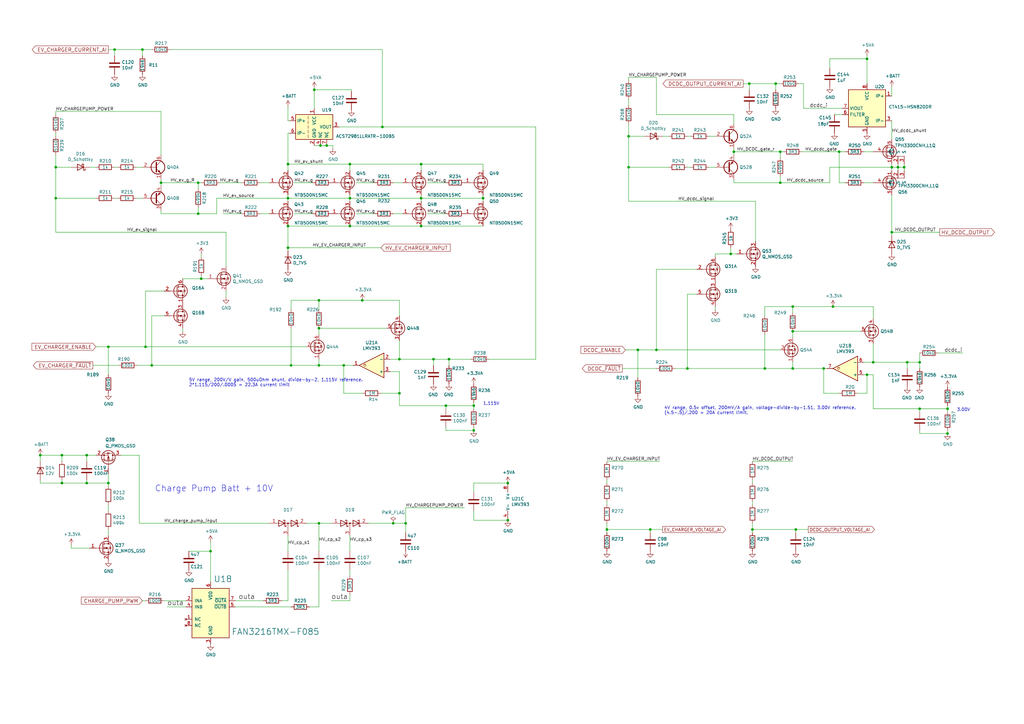
<source format=kicad_sch>
(kicad_sch (version 20211123) (generator eeschema)
  (paper "A3")
  (junction (at 22.86 81.28))
  (junction (at 58.42 20.32))
  (junction (at 344.17 62.23))
  (junction (at 133.985 59.69))
  (junction (at 22.86 68.58))
  (junction (at 208.28 213.36))
  (junction (at 308.61 217.17))
  (junction (at 198.12 81.28))
  (junction (at 130.81 149.86))
  (junction (at 118.11 92.71))
  (junction (at 163.83 161.29))
  (junction (at 248.92 217.17))
  (junction (at 337.82 151.13))
  (junction (at 172.72 81.28))
  (junction (at 325.12 125.73))
  (junction (at 388.62 177.8))
  (junction (at 194.31 176.53))
  (junction (at 266.7 217.17))
  (junction (at 326.39 217.17))
  (junction (at 143.51 92.71))
  (junction (at 35.56 198.12))
  (junction (at 82.55 114.3))
  (junction (at 313.69 151.13))
  (junction (at 355.6 153.67))
  (junction (at 182.88 166.37))
  (junction (at 25.4 186.69))
  (junction (at 143.51 67.31))
  (junction (at 318.135 34.29))
  (junction (at 35.56 186.69))
  (junction (at 44.45 198.12))
  (junction (at 172.72 67.31))
  (junction (at 377.19 148.59))
  (junction (at 257.81 68.58))
  (junction (at 257.81 55.88))
  (junction (at 156.845 52.07))
  (junction (at 281.94 151.13))
  (junction (at 130.81 123.19))
  (junction (at 130.81 134.62))
  (junction (at 148.59 123.19))
  (junction (at 86.36 226.06))
  (junction (at 81.28 74.93))
  (junction (at 44.45 142.24))
  (junction (at 365.76 68.58))
  (junction (at 269.24 143.51))
  (junction (at 118.11 101.6))
  (junction (at 118.11 81.28))
  (junction (at 66.04 74.93))
  (junction (at 355.6 24.13))
  (junction (at 300.99 62.23))
  (junction (at 320.04 74.93))
  (junction (at 208.28 198.12))
  (junction (at 81.28 87.63))
  (junction (at 62.23 149.86))
  (junction (at 16.51 186.69))
  (junction (at 25.4 198.12))
  (junction (at 59.69 142.24))
  (junction (at 163.83 147.32))
  (junction (at 161.29 214.63))
  (junction (at 370.84 68.58))
  (junction (at 388.62 167.64))
  (junction (at 325.12 151.13))
  (junction (at 172.72 92.71))
  (junction (at 194.31 166.37))
  (junction (at 46.99 20.32))
  (junction (at 184.15 147.32))
  (junction (at 368.3 68.58))
  (junction (at 372.11 148.59))
  (junction (at 130.81 214.63))
  (junction (at 325.12 135.89))
  (junction (at 320.04 62.23))
  (junction (at 261.62 143.51))
  (junction (at 128.905 36.83))
  (junction (at 341.63 125.73))
  (junction (at 131.445 59.69))
  (junction (at 166.37 214.63))
  (junction (at 119.38 149.86))
  (junction (at 365.76 95.25))
  (junction (at 143.51 81.28))
  (junction (at 118.11 67.31))
  (junction (at 177.8 147.32))
  (junction (at 307.34 34.29))
  (junction (at 140.97 149.86))
  (junction (at 377.19 167.64))
  (junction (at 358.14 148.59))
  (junction (at 299.72 104.14))
  (wire (pts (xy 118.745 49.53) (xy 118.11 49.53)))
  (wire (pts (xy 66.04 74.93) (xy 66.04 76.2)))
  (wire (pts (xy 56.2447 149.86) (xy 62.23 149.86)))
  (wire (pts (xy 308.61 205.74) (xy 308.61 207.01)))
  (wire (pts (xy 329.565 34.29) (xy 327.66 34.29)))
  (wire (pts (xy 344.17 161.29) (xy 337.82 161.29)))
  (wire (pts (xy 358.14 125.73) (xy 341.63 125.73)))
  (wire (pts (xy 248.92 214.63) (xy 248.92 217.17)))
  (wire (pts (xy 166.37 208.28) (xy 190.5 208.28)))
  (wire (pts (xy 160.02 147.32) (xy 163.83 147.32)))
  (wire (pts (xy 156.845 52.07) (xy 219.71 52.07)))
  (wire (pts (xy 140.97 161.29) (xy 140.97 149.86)))
  (wire (pts (xy 130.81 149.86) (xy 140.97 149.86)))
  (wire (pts (xy 325.12 125.73) (xy 325.12 128.27)))
  (wire (pts (xy 355.6 22.86) (xy 355.6 24.13)))
  (wire (pts (xy 62.23 129.54) (xy 62.23 149.86)))
  (wire (pts (xy 320.04 64.77) (xy 320.04 62.23)))
  (wire (pts (xy 57.15 186.69) (xy 57.15 214.63)))
  (wire (pts (xy 118.11 81.28) (xy 118.11 82.55)))
  (wire (pts (xy 365.76 49.53) (xy 365.76 57.15)))
  (wire (pts (xy 377.19 177.8) (xy 377.19 176.53)))
  (wire (pts (xy 118.11 80.01) (xy 118.11 81.28)))
  (wire (pts (xy 44.45 207.01) (xy 44.45 209.55)))
  (wire (pts (xy 146.05 87.63) (xy 153.67 87.63)))
  (wire (pts (xy 355.6 24.13) (xy 355.6 34.29)))
  (wire (pts (xy 340.36 24.13) (xy 340.36 27.94)))
  (wire (pts (xy 198.12 81.28) (xy 198.12 82.55)))
  (wire (pts (xy 269.24 31.75) (xy 269.24 46.99)))
  (wire (pts (xy 182.88 176.53) (xy 182.88 175.26)))
  (wire (pts (xy 182.88 166.37) (xy 163.83 166.37)))
  (wire (pts (xy 163.83 166.37) (xy 163.83 161.29)))
  (wire (pts (xy 118.11 101.6) (xy 156.21 101.6)))
  (wire (pts (xy 140.97 149.86) (xy 144.78 149.86)))
  (wire (pts (xy 118.11 92.71) (xy 118.11 101.6)))
  (wire (pts (xy 35.56 189.23) (xy 35.56 186.69)))
  (wire (pts (xy 86.36 226.06) (xy 86.36 238.76)))
  (wire (pts (xy 194.31 167.64) (xy 194.31 166.37)))
  (wire (pts (xy 143.51 67.31) (xy 172.72 67.31)))
  (wire (pts (xy 143.51 92.71) (xy 172.72 92.71)))
  (wire (pts (xy 358.14 153.67) (xy 355.6 153.67)))
  (wire (pts (xy 276.86 151.13) (xy 281.94 151.13)))
  (wire (pts (xy 151.13 214.63) (xy 161.29 214.63)))
  (wire (pts (xy 293.37 55.88) (xy 290.83 55.88)))
  (wire (pts (xy 172.72 80.01) (xy 172.72 81.28)))
  (wire (pts (xy 340.36 24.13) (xy 355.6 24.13)))
  (wire (pts (xy 92.71 119.38) (xy 92.71 121.92)))
  (wire (pts (xy 143.51 80.01) (xy 143.51 81.28)))
  (wire (pts (xy 22.86 95.25) (xy 92.71 95.25)))
  (wire (pts (xy 198.12 81.28) (xy 172.72 81.28)))
  (wire (pts (xy 257.81 31.75) (xy 269.24 31.75)))
  (wire (pts (xy 22.86 81.28) (xy 39.37 81.28)))
  (wire (pts (xy 69.85 20.32) (xy 156.845 20.32)))
  (wire (pts (xy 119.38 149.86) (xy 130.81 149.86)))
  (wire (pts (xy 331.47 217.17) (xy 326.39 217.17)))
  (wire (pts (xy 59.69 246.38) (xy 58.42 246.38)))
  (wire (pts (xy 248.92 217.17) (xy 266.7 217.17)))
  (wire (pts (xy 320.04 34.29) (xy 318.135 34.29)))
  (wire (pts (xy 22.86 45.72) (xy 22.86 46.99)))
  (wire (pts (xy 354.33 148.59) (xy 358.14 148.59)))
  (wire (pts (xy 313.69 137.16) (xy 313.69 151.13)))
  (wire (pts (xy 377.19 144.78) (xy 377.19 148.59)))
  (wire (pts (xy 67.31 129.54) (xy 62.23 129.54)))
  (wire (pts (xy 308.61 214.63) (xy 308.61 217.17)))
  (wire (pts (xy 194.31 166.37) (xy 194.31 165.1)))
  (wire (pts (xy 59.69 142.24) (xy 59.69 119.38)))
  (wire (pts (xy 300.99 46.99) (xy 300.99 50.8)))
  (wire (pts (xy 81.28 87.63) (xy 66.04 87.63)))
  (wire (pts (xy 307.34 34.29) (xy 307.34 36.83)))
  (wire (pts (xy 177.8 147.32) (xy 184.15 147.32)))
  (wire (pts (xy 82.55 114.3) (xy 82.55 113.03)))
  (wire (pts (xy 340.36 68.58) (xy 365.76 68.58)))
  (wire (pts (xy 388.62 168.91) (xy 388.62 167.64)))
  (wire (pts (xy 46.99 20.32) (xy 46.99 22.86)))
  (wire (pts (xy 325.12 151.13) (xy 337.82 151.13)))
  (wire (pts (xy 25.4 186.69) (xy 35.56 186.69)))
  (wire (pts (xy 143.51 81.28) (xy 118.11 81.28)))
  (wire (pts (xy 131.445 59.69) (xy 133.985 59.69)))
  (wire (pts (xy 281.94 68.58) (xy 283.21 68.58)))
  (wire (pts (xy 81.28 87.63) (xy 81.28 85.09)))
  (wire (pts (xy 388.62 167.64) (xy 388.62 166.37)))
  (wire (pts (xy 344.17 62.23) (xy 328.93 62.23)))
  (wire (pts (xy 300.99 74.93) (xy 300.99 73.66)))
  (wire (pts (xy 257.81 55.88) (xy 257.81 68.58)))
  (wire (pts (xy 57.15 214.63) (xy 110.49 214.63)))
  (wire (pts (xy 25.4 196.85) (xy 25.4 198.12)))
  (wire (pts (xy 248.92 196.85) (xy 248.92 198.12)))
  (wire (pts (xy 261.62 143.51) (xy 261.62 154.94)))
  (wire (pts (xy 325.12 135.89) (xy 325.12 138.43)))
  (wire (pts (xy 119.38 123.19) (xy 130.81 123.19)))
  (wire (pts (xy 128.905 59.69) (xy 131.445 59.69)))
  (wire (pts (xy 377.19 168.91) (xy 377.19 167.64)))
  (wire (pts (xy 66.04 87.63) (xy 66.04 86.36)))
  (wire (pts (xy 355.6 161.29) (xy 351.79 161.29)))
  (wire (pts (xy 163.83 123.19) (xy 163.83 129.54)))
  (wire (pts (xy 49.53 186.69) (xy 57.15 186.69)))
  (wire (pts (xy 62.23 149.86) (xy 119.38 149.86)))
  (wire (pts (xy 118.11 67.31) (xy 143.51 67.31)))
  (wire (pts (xy 92.71 95.25) (xy 92.71 109.22)))
  (wire (pts (xy 148.59 123.19) (xy 130.81 123.19)))
  (wire (pts (xy 269.24 110.49) (xy 269.24 143.51)))
  (wire (pts (xy 365.76 95.25) (xy 365.76 80.01)))
  (wire (pts (xy 130.81 233.68) (xy 130.81 248.92)))
  (wire (pts (xy 46.99 20.32) (xy 58.42 20.32)))
  (wire (pts (xy 130.81 123.19) (xy 130.81 127)))
  (wire (pts (xy 118.11 102.87) (xy 118.11 101.6)))
  (wire (pts (xy 22.86 95.25) (xy 22.86 81.28)))
  (wire (pts (xy 318.135 34.29) (xy 318.135 36.83)))
  (wire (pts (xy 143.51 219.71) (xy 143.51 226.06)))
  (wire (pts (xy 281.94 151.13) (xy 313.69 151.13)))
  (wire (pts (xy 118.11 67.31) (xy 118.11 69.85)))
  (wire (pts (xy 172.72 67.31) (xy 198.12 67.31)))
  (wire (pts (xy 370.84 67.31) (xy 370.84 68.58)))
  (wire (pts (xy 200.66 147.32) (xy 219.71 147.32)))
  (wire (pts (xy 285.75 110.49) (xy 269.24 110.49)))
  (wire (pts (xy 358.14 62.23) (xy 354.33 62.23)))
  (wire (pts (xy 248.92 205.74) (xy 248.92 207.01)))
  (wire (pts (xy 143.51 233.68) (xy 143.51 236.22)))
  (wire (pts (xy 88.9 81.28) (xy 88.9 87.63)))
  (wire (pts (xy 35.56 196.85) (xy 35.56 198.12)))
  (wire (pts (xy 300.99 62.23) (xy 300.99 60.96)))
  (wire (pts (xy 358.14 167.64) (xy 377.19 167.64)))
  (wire (pts (xy 44.45 217.17) (xy 44.45 219.71)))
  (wire (pts (xy 130.81 149.86) (xy 130.81 147.32)))
  (wire (pts (xy 58.42 68.58) (xy 55.88 68.58)))
  (wire (pts (xy 133.985 59.69) (xy 136.525 59.69)))
  (wire (pts (xy 163.83 147.32) (xy 163.83 139.7)))
  (wire (pts (xy 175.26 87.63) (xy 182.88 87.63)))
  (wire (pts (xy 281.94 120.65) (xy 281.94 151.13)))
  (wire (pts (xy 309.88 82.55) (xy 309.88 99.06)))
  (wire (pts (xy 194.31 213.36) (xy 208.28 213.36)))
  (wire (pts (xy 388.62 176.53) (xy 388.62 177.8)))
  (wire (pts (xy 355.6 153.67) (xy 354.33 153.67)))
  (wire (pts (xy 172.72 92.71) (xy 198.12 92.71)))
  (wire (pts (xy 91.44 87.63) (xy 99.06 87.63)))
  (wire (pts (xy 156.845 20.32) (xy 156.845 52.07)))
  (wire (pts (xy 172.72 81.28) (xy 172.72 82.55)))
  (wire (pts (xy 120.65 74.93) (xy 128.27 74.93)))
  (wire (pts (xy 82.55 74.93) (xy 81.28 74.93)))
  (wire (pts (xy 48.26 68.58) (xy 46.99 68.58)))
  (wire (pts (xy 358.14 148.59) (xy 358.14 140.97)))
  (wire (pts (xy 337.82 151.13) (xy 339.09 151.13)))
  (wire (pts (xy 82.55 114.3) (xy 74.93 114.3)))
  (wire (pts (xy 143.51 243.84) (xy 143.51 246.38)))
  (wire (pts (xy 39.37 68.58) (xy 36.83 68.58)))
  (wire (pts (xy 130.81 214.63) (xy 130.81 226.06)))
  (wire (pts (xy 340.36 74.93) (xy 340.36 68.58)))
  (wire (pts (xy 257.81 68.58) (xy 274.32 68.58)))
  (wire (pts (xy 22.86 45.72) (xy 66.04 45.72)))
  (wire (pts (xy 59.69 119.38) (xy 67.31 119.38)))
  (wire (pts (xy 25.4 198.12) (xy 35.56 198.12)))
  (wire (pts (xy 358.14 125.73) (xy 358.14 130.81)))
  (wire (pts (xy 44.45 142.24) (xy 59.69 142.24)))
  (wire (pts (xy 193.04 147.32) (xy 184.15 147.32)))
  (wire (pts (xy 22.86 68.58) (xy 22.86 81.28)))
  (wire (pts (xy 320.04 74.93) (xy 340.36 74.93)))
  (wire (pts (xy 266.7 218.44) (xy 266.7 217.17)))
  (wire (pts (xy 394.97 144.78) (xy 384.81 144.78)))
  (wire (pts (xy 76.2 246.38) (xy 67.31 246.38)))
  (wire (pts (xy 368.3 68.58) (xy 368.3 69.85)))
  (wire (pts (xy 130.81 134.62) (xy 130.81 137.16)))
  (wire (pts (xy 285.75 120.65) (xy 281.94 120.65)))
  (wire (pts (xy 107.95 246.38) (xy 96.52 246.38)))
  (wire (pts (xy 120.65 87.63) (xy 128.27 87.63)))
  (wire (pts (xy 44.45 194.31) (xy 44.45 198.12)))
  (wire (pts (xy 365.76 68.58) (xy 365.76 69.85)))
  (wire (pts (xy 194.31 175.26) (xy 194.31 176.53)))
  (wire (pts (xy 38.1 149.86) (xy 48.6247 149.86)))
  (wire (pts (xy 46.99 81.28) (xy 48.26 81.28)))
  (wire (pts (xy 139.065 52.07) (xy 156.845 52.07)))
  (wire (pts (xy 177.8 147.32) (xy 177.8 149.86)))
  (wire (pts (xy 257.81 55.88) (xy 264.16 55.88)))
  (wire (pts (xy 300.99 74.93) (xy 320.04 74.93)))
  (wire (pts (xy 128.905 36.195) (xy 128.905 36.83)))
  (wire (pts (xy 365.76 95.25) (xy 385.445 95.25)))
  (wire (pts (xy 365.76 68.58) (xy 368.3 68.58)))
  (wire (pts (xy 271.78 217.17) (xy 266.7 217.17)))
  (wire (pts (xy 74.93 134.62) (xy 74.93 135.89)))
  (wire (pts (xy 25.4 198.12) (xy 16.51 198.12)))
  (wire (pts (xy 163.83 123.19) (xy 148.59 123.19)))
  (wire (pts (xy 261.62 143.51) (xy 269.24 143.51)))
  (wire (pts (xy 194.31 209.55) (xy 194.31 213.36)))
  (wire (pts (xy 248.92 189.23) (xy 270.51 189.23)))
  (wire (pts (xy 58.42 20.32) (xy 58.42 22.86)))
  (wire (pts (xy 308.61 189.23) (xy 325.12 189.23)))
  (wire (pts (xy 66.04 74.93) (xy 66.04 73.66)))
  (wire (pts (xy 299.72 104.14) (xy 293.37 104.14)))
  (wire (pts (xy 368.3 68.58) (xy 370.84 68.58)))
  (wire (pts (xy 86.36 226.06) (xy 77.47 226.06)))
  (wire (pts (xy 88.9 81.28) (xy 118.11 81.28)))
  (wire (pts (xy 307.34 34.29) (xy 304.8 34.29)))
  (wire (pts (xy 321.31 62.23) (xy 320.04 62.23)))
  (wire (pts (xy 25.4 186.69) (xy 25.4 189.23)))
  (wire (pts (xy 143.51 92.71) (xy 118.11 92.71)))
  (wire (pts (xy 81.28 74.93) (xy 66.04 74.93)))
  (wire (pts (xy 165.1 87.63) (xy 161.29 87.63)))
  (wire (pts (xy 118.11 246.38) (xy 115.57 246.38)))
  (wire (pts (xy 35.56 186.69) (xy 39.37 186.69)))
  (wire (pts (xy 44.45 142.24) (xy 44.45 153.67)))
  (wire (pts (xy 248.92 217.17) (xy 248.92 218.44)))
  (wire (pts (xy 58.42 81.28) (xy 55.88 81.28)))
  (wire (pts (xy 355.6 153.67) (xy 355.6 161.29)))
  (wire (pts (xy 257.81 31.75) (xy 257.81 33.02)))
  (wire (pts (xy 130.81 134.62) (xy 158.75 134.62)))
  (wire (pts (xy 344.17 74.93) (xy 346.71 74.93)))
  (wire (pts (xy 255.27 151.13) (xy 269.24 151.13)))
  (wire (pts (xy 283.21 55.88) (xy 281.94 55.88)))
  (wire (pts (xy 300.99 62.23) (xy 320.04 62.23)))
  (wire (pts (xy 22.86 63.5) (xy 22.86 68.58)))
  (wire (pts (xy 293.37 104.14) (xy 293.37 105.41)))
  (wire (pts (xy 299.72 101.6) (xy 299.72 104.14)))
  (wire (pts (xy 377.19 177.8) (xy 388.62 177.8)))
  (wire (pts (xy 358.14 167.64) (xy 358.14 153.67)))
  (wire (pts (xy 256.54 143.51) (xy 261.62 143.51)))
  (wire (pts (xy 86.36 222.25) (xy 86.36 226.06)))
  (wire (pts (xy 125.73 214.63) (xy 130.81 214.63)))
  (wire (pts (xy 308.61 217.17) (xy 326.39 217.17)))
  (wire (pts (xy 22.86 55.88) (xy 22.86 54.61)))
  (wire (pts (xy 163.83 147.32) (xy 177.8 147.32)))
  (wire (pts (xy 81.28 77.47) (xy 81.28 74.93)))
  (wire (pts (xy 110.49 87.63) (xy 106.68 87.63)))
  (wire (pts (xy 46.99 20.32) (xy 44.45 20.32)))
  (wire (pts (xy 365.76 35.56) (xy 365.76 39.37)))
  (wire (pts (xy 198.12 67.31) (xy 198.12 69.85)))
  (wire (pts (xy 377.19 167.64) (xy 388.62 167.64)))
  (wire (pts (xy 257.81 82.55) (xy 309.88 82.55)))
  (wire (pts (xy 130.81 248.92) (xy 127 248.92)))
  (wire (pts (xy 182.88 176.53) (xy 194.31 176.53)))
  (wire (pts (xy 198.12 80.01) (xy 198.12 81.28)))
  (wire (pts (xy 76.2 248.92) (xy 68.58 248.92)))
  (wire (pts (xy 320.04 74.93) (xy 320.04 72.39)))
  (wire (pts (xy 194.31 201.93) (xy 194.31 198.12)))
  (wire (pts (xy 172.72 81.28) (xy 143.51 81.28)))
  (wire (pts (xy 358.14 148.59) (xy 372.11 148.59)))
  (wire (pts (xy 372.11 148.59) (xy 372.11 151.13)))
  (wire (pts (xy 166.37 208.28) (xy 166.37 214.63)))
  (wire (pts (xy 365.76 96.52) (xy 365.76 95.25)))
  (wire (pts (xy 313.69 151.13) (xy 325.12 151.13)))
  (wire (pts (xy 358.14 74.93) (xy 354.33 74.93)))
  (wire (pts (xy 143.51 81.28) (xy 143.51 82.55)))
  (wire (pts (xy 128.905 36.83) (xy 128.905 44.45)))
  (wire (pts (xy 130.81 214.63) (xy 135.89 214.63)))
  (wire (pts (xy 128.905 36.83) (xy 144.145 36.83)))
  (wire (pts (xy 165.1 74.93) (xy 161.29 74.93)))
  (wire (pts (xy 29.21 224.79) (xy 29.21 223.52)))
  (wire (pts (xy 326.39 218.44) (xy 326.39 217.17)))
  (wire (pts (xy 172.72 67.31) (xy 172.72 69.85)))
  (wire (pts (xy 342.265 46.99) (xy 345.44 46.99)))
  (wire (pts (xy 143.51 246.38) (xy 135.89 246.38)))
  (wire (pts (xy 59.69 142.24) (xy 125.73 142.24)))
  (wire (pts (xy 269.24 46.99) (xy 300.99 46.99)))
  (wire (pts (xy 346.71 62.23) (xy 344.17 62.23)))
  (wire (pts (xy 163.83 161.29) (xy 163.83 152.4)))
  (wire (pts (xy 318.135 34.29) (xy 307.34 34.29)))
  (wire (pts (xy 329.565 44.45) (xy 329.565 34.29)))
  (wire (pts (xy 365.76 67.31) (xy 365.76 68.58)))
  (wire (pts (xy 184.15 149.86) (xy 184.15 147.32)))
  (wire (pts (xy 194.31 166.37) (xy 182.88 166.37)))
  (wire (pts (xy 299.72 104.14) (xy 302.26 104.14)))
  (wire (pts (xy 182.88 167.64) (xy 182.88 166.37)))
  (wire (pts (xy 344.17 62.23) (xy 344.17 74.93)))
  (wire (pts (xy 325.12 151.13) (xy 325.12 148.59)))
  (wire (pts (xy 22.86 68.58) (xy 29.21 68.58)))
  (wire (pts (xy 377.19 148.59) (xy 372.11 148.59)))
  (wire (pts (xy 82.55 114.3) (xy 85.09 114.3)))
  (wire (pts (xy 153.67 74.93) (xy 146.05 74.93)))
  (wire (pts (xy 118.11 233.68) (xy 118.11 246.38)))
  (wire (pts (xy 16.51 189.23) (xy 16.51 186.69)))
  (wire (pts (xy 110.49 74.93) (xy 106.68 74.93)))
  (wire (pts (xy 118.11 219.71) (xy 118.11 226.06)))
  (wire (pts (xy 156.21 161.29) (xy 163.83 161.29)))
  (wire (pts (xy 16.51 186.69) (xy 25.4 186.69)))
  (wire (pts (xy 96.52 248.92) (xy 119.38 248.92)))
  (wire (pts (xy 219.71 52.07) (xy 219.71 147.32)))
  (wire (pts (xy 368.3 67.31) (xy 368.3 68.58)))
  (wire (pts (xy 269.24 143.51) (xy 320.04 143.51)))
  (wire (pts (xy 90.17 74.93) (xy 99.06 74.93)))
  (wire (pts (xy 293.37 125.73) (xy 293.37 127)))
  (wire (pts (xy 257.81 40.64) (xy 257.81 43.18)))
  (wire (pts (xy 166.37 218.44) (xy 166.37 214.63)))
  (wire (pts (xy 313.69 125.73) (xy 325.12 125.73)))
  (wire (pts (xy 88.9 87.63) (xy 81.28 87.63)))
  (wire (pts (xy 39.37 142.24) (xy 44.45 142.24)))
  (wire (pts (xy 257.81 82.55) (xy 257.81 68.58)))
  (wire (pts (xy 118.11 54.61) (xy 118.745 54.61)))
  (wire (pts (xy 274.32 55.88) (xy 271.78 55.88)))
  (wire (pts (xy 163.83 152.4) (xy 160.02 152.4)))
  (wire (pts (xy 257.81 55.88) (xy 257.81 50.8)))
  (wire (pts (xy 148.59 161.29) (xy 140.97 161.29)))
  (wire (pts (xy 377.19 151.13) (xy 377.19 148.59)))
  (wire (pts (xy 35.56 198.12) (xy 44.45 198.12)))
  (wire (pts (xy 329.565 44.45) (xy 345.44 44.45)))
  (wire (pts (xy 16.51 198.12) (xy 16.51 196.85)))
  (wire (pts (xy 300.99 62.23) (xy 300.99 63.5)))
  (wire (pts (xy 82.55 104.14) (xy 82.55 105.41)))
  (wire (pts (xy 194.31 198.12) (xy 208.28 198.12)))
  (wire (pts (xy 118.11 43.815) (xy 118.11 49.53)))
  (wire (pts (xy 119.38 134.62) (xy 119.38 149.86)))
  (wire (pts (xy 119.38 127) (xy 119.38 123.19)))
  (wire (pts (xy 66.04 45.72) (xy 66.04 63.5)))
  (wire (pts (xy 44.45 198.12) (xy 44.45 199.39)))
  (wire (pts (xy 118.11 54.61) (xy 118.11 67.31)))
  (wire (pts (xy 313.69 129.54) (xy 313.69 125.73)))
  (wire (pts (xy 144.145 36.83) (xy 144.145 37.465)))
  (wire (pts (xy 161.29 214.63) (xy 166.37 214.63)))
  (wire (pts (xy 337.82 161.29) (xy 337.82 151.13)))
  (wire (pts (xy 308.61 217.17) (xy 308.61 218.44)))
  (wire (pts (xy 29.21 224.79) (xy 36.83 224.79)))
  (wire (pts (xy 370.84 68.58) (xy 370.84 69.85)))
  (wire (pts (xy 143.51 67.31) (xy 143.51 69.85)))
  (wire (pts (xy 58.42 20.32) (xy 62.23 20.32)))
  (wire (pts (xy 341.63 125.73) (xy 325.12 125.73)))
  (wire (pts (xy 325.12 135.89) (xy 353.06 135.89)))
  (wire (pts (xy 293.37 68.58) (xy 290.83 68.58)))
  (wire (pts (xy 136.525 60.96) (xy 136.525 59.69)))
  (wire (pts (xy 175.26 74.93) (xy 182.88 74.93)))
  (wire (pts (xy 308.61 196.85) (xy 308.61 198.12)))
  (text "Charge Pump Batt + 10V" (at 63.5 201.93 0) (effects (font (size 2.4892 2.4892)) (justify left bottom)))
  (text "5V range, 200V/V gain, 500uOhm shunt, divide-by-2, 1.115V reference.\n2*1.115/200/.0005 = 22.3A current limit" (at 77.47 158.75 0) (effects (font (size 1.27 1.27)) (justify left bottom)))
  (text "1.115V" (at 198.12 166.37 0) (effects (font (size 1.27 1.27)) (justify left bottom)))
  (text "3.00V" (at 392.43 168.91 0) (effects (font (size 1.27 1.27)) (justify left bottom)))
  (text "4V range, 0.5v offset, 200mV/A gain, voltage-divide-by-1.51, 3.00V reference.\n(4.5-.5)/.200 = 20A current limit." (at 272.415 170.18 0) (effects (font (size 1.27 1.27)) (justify left bottom)))
  (label "HV_CHARGEPUMP_POWER" (at 22.86 45.72 0))
  (label "HV_ev_signal" (at 52.07 95.25 0))
  (label "HV_ev_g" (at 146.05 87.63 0))
  (label "HV_ev_g" (at 175.26 74.93 0))
  (label "outa" (at 135.89 246.38 0) (effects (font (size 2.0066 2.0066))))
  (label "HV_DCDC_gate_r" (at 302.26 62.23 0))
  (label "HV_dcdc_gate" (at 330.2 62.23 0))
  (label "HV_cp_s2" (at 130.81 222.25 0))
  (label "HV_CHARGEPUMP_POWER" (at 257.81 31.75 0))
  (label "HV_ev_shunt" (at 120.65 67.31 0))
  (label "HV_CHARGEPUMP_POWER" (at 166.37 208.28 0))
  (label "HV_dcdc_source" (at 322.58 74.93 0))
  (label "HV_ev_g" (at 175.26 87.63 0))
  (label "HV_ev_g" (at 90.17 74.93 0))
  (label "HV_cp_s1" (at 118.11 223.52 0))
  (label "HV_charge_pump_input" (at 67.31 214.63 0))
  (label "HV_ev_g" (at 91.44 87.63 0))
  (label "HV_EV_CHARGER_INPUT" (at 128.27 101.6 0))
  (label "HV_ev_source" (at 91.44 81.28 0))
  (label "HV_dcdc_signal" (at 278.13 82.55 0))
  (label "HV_ev_g" (at 146.05 74.93 0))
  (label "dcdc_i" (at 387.35 144.78 0) (effects (font (size 1.4986 1.4986))))
  (label "HV_dcdc_shunt" (at 365.76 54.61 0))
  (label "dcdc_i" (at 332.105 44.45 0) (effects (font (size 1.4986 1.4986))))
  (label "HV_ev_g_R" (at 69.85 74.93 0))
  (label "HV_DCDC_OUTPUT" (at 308.61 189.23 0))
  (label "HV_ev_g" (at 120.65 87.63 0))
  (label "outa" (at 68.58 248.92 0) (effects (font (size 2.0066 2.0066))))
  (label "outa" (at 97.79 246.38 0) (effects (font (size 2.0066 2.0066))))
  (label "HV_cp_s3" (at 143.51 222.25 0))
  (label "HV_ev_g" (at 120.65 74.93 0))
  (label "HV_EV_CHARGER_INPUT" (at 248.92 189.23 0))
  (label "HV_DCDC_OUTPUT" (at 367.03 95.25 0))
  (global_label "HV_EV_CHARGER_INPUT" (shape input) (at 156.21 101.6 0) (effects (font (size 1.4986 1.4986))) (property "Intersheet References" "${INTERSHEET_REFS}" (effects hide)))
  (global_label "EV_CHARGER_CURRENT_AI" (shape output) (at 44.45 20.32 180) (effects (font (size 1.4986 1.4986))) (property "Intersheet References" "${INTERSHEET_REFS}" (effects hide)))
  (global_label "HV_DCDC_OUTPUT" (shape output) (at 385.445 95.25 0) (effects (font (size 1.4986 1.4986))) (property "Intersheet References" "${INTERSHEET_REFS}" (effects hide)))
  (global_label "DCDC_ENABLE" (shape input) (at 256.54 143.51 180) (effects (font (size 1.4986 1.4986))) (property "Intersheet References" "${INTERSHEET_REFS}" (effects hide)))
  (global_label "DCDC_OUTPUT_VOLTAGE_AI" (shape output) (at 331.47 217.17 0) (property "Intersheet References" "${INTERSHEET_REFS}" (effects hide)))
  (global_label "EV_CHARGER_ENABLE" (shape input) (at 39.37 142.24 180) (effects (font (size 1.4986 1.4986))) (property "Intersheet References" "${INTERSHEET_REFS}" (effects hide)))
  (global_label "DCDC_~{FAULT}" (shape output) (at 255.27 151.13 180) (effects (font (size 1.4986 1.4986))) (property "Intersheet References" "${INTERSHEET_REFS}" (effects hide)))
  (global_label "DCDC_OUTPUT_CURRENT_AI" (shape output) (at 304.8 34.29 180) (effects (font (size 1.4986 1.4986))) (property "Intersheet References" "${INTERSHEET_REFS}" (effects hide)))
  (global_label "CHARGE_PUMP_PWM" (shape input) (at 58.42 246.38 180) (effects (font (size 1.4986 1.4986))) (property "Intersheet References" "${INTERSHEET_REFS}" (effects hide)))
  (global_label "EV_CHARGER_VOLTAGE_AI" (shape output) (at 271.78 217.17 0) (property "Intersheet References" "${INTERSHEET_REFS}" (effects hide)))
  (global_label "EV_CHARGER_~{FAULT}" (shape output) (at 38.1 149.86 180) (effects (font (size 1.4986 1.4986))) (property "Intersheet References" "${INTERSHEET_REFS}" (effects hide)))
  (symbol (lib_id "power:GND") (at 77.47 233.68 0) (unit 1)
    (property "Reference" "#PWR0210" (effects hide))
    (property "Value" "GND" (at 77.597 238.0742 0))
  )
  (symbol (lib_id "Device:D_Schottky_Dual_Series_AKC") (at 118.11 214.63 0) (unit 1)
    (property "Reference" "D17" (at 118.11 209.1182 0))
    (property "Datasheet" "https://www.onsemi.com/pdf/datasheet/mmbd1405-d.pdf" (effects hide))
    (property "MPN" "MMBD1403" (effects hide))
    (property "Part Number" "MMBD1403" (effects hide))
    (property "Digikey_PN" "MMBD1403CT-ND" (effects hide))
  )
  (symbol (lib_id "Device:R") (at 111.76 246.38 90) (unit 1)
    (property "Reference" "R223" (at 111.76 243.84 90))
    (property "Value" "3R3" (at 111.76 246.38 90))
    (property "Footprint" "Resistor_SMD:R_0603_1608Metric" (effects hide))
    (property "Datasheet" "https://fscdn.rohm.com/en/products/databook/datasheet/passive/resistor/chip_resistor/esr-e.pdf" (effects hide))
    (property "MPN" "ESR03EZPJ3R3" (effects hide))
    (property "Part Number" "ESR03EZPJ3R3" (effects hide))
    (property "Digikey_PN" "RHM303DCT-ND" (effects hide))
  )
  (symbol (lib_id "power:+BATT") (at 16.51 186.69 0) (unit 1)
    (property "Reference" "#PWR054" (effects hide))
    (property "Value" "+BATT" (at 16.891 182.2958 0))
  )
  (symbol (lib_id "Device:R") (at 123.19 248.92 90) (unit 1)
    (property "Reference" "R225" (at 123.19 246.38 90))
    (property "Value" "3R3" (at 123.19 248.92 90))
    (property "Footprint" "Resistor_SMD:R_0603_1608Metric" (effects hide))
    (property "Datasheet" "https://fscdn.rohm.com/en/products/databook/datasheet/passive/resistor/chip_resistor/esr-e.pdf" (effects hide))
    (property "MPN" "ESR03EZPJ3R3" (effects hide))
    (property "Part Number" "ESR03EZPJ3R3" (effects hide))
    (property "Digikey_PN" "RHM303DCT-ND" (effects hide))
  )
  (symbol (lib_id "power:+BATT") (at 166.37 226.06 180) (unit 1)
    (property "Reference" "#PWR0225" (effects hide))
    (property "Value" "+BATT" (at 165.989 230.4542 0))
  )
  (symbol (lib_id "power:+BATT") (at 118.11 43.815 0) (unit 1)
    (property "Reference" "#PWR0218" (effects hide))
    (property "Value" "+BATT" (at 118.491 39.4208 0))
  )
  (symbol (lib_id "Device:Q_NMOS_GDS") (at 115.57 87.63 0) (mirror x) (unit 1)
    (property "Reference" "Q43" (at 120.65 83.82 0) (effects (justify left)))
    (property "Value" "NTB5D0N15MC" (at 120.65 91.44 0) (effects (justify left)))
    (property "Footprint" "Package_TO_SOT_SMD:TO-263-2" (effects hide))
    (property "Datasheet" "https://www.mouser.com/datasheet/2/308/1/NTB5D0N15MC_D-2318612.pdf" (effects hide))
    (property "Part Number" "NTB5D0N15MC" (effects hide))
    (property "MPN" "NTB5D0N15MC" (effects hide))
    (property "Mouser_PN" "863-NTB5D0N15MC" (effects hide))
  )
  (symbol (lib_id "Device:R") (at 102.87 74.93 90) (unit 1)
    (property "Reference" "R221" (at 102.87 72.39 90))
    (property "Value" "3R3" (at 102.87 74.93 90))
    (property "Footprint" "Resistor_SMD:R_0603_1608Metric" (effects hide))
    (property "Datasheet" "https://fscdn.rohm.com/en/products/databook/datasheet/passive/resistor/chip_resistor/esr-e.pdf" (effects hide))
    (property "MPN" "ESR03EZPJ3R3" (effects hide))
    (property "Part Number" "ESR03EZPJ3R3" (effects hide))
    (property "Digikey_PN" "RHM303DCT-ND" (effects hide))
  )
  (symbol (lib_id "Device:R") (at 102.87 87.63 90) (unit 1)
    (property "Reference" "R222" (at 102.87 85.09 90))
    (property "Value" "3R3" (at 102.87 87.63 90))
    (property "Footprint" "Resistor_SMD:R_0603_1608Metric" (effects hide))
    (property "Datasheet" "https://fscdn.rohm.com/en/products/databook/datasheet/passive/resistor/chip_resistor/esr-e.pdf" (effects hide))
    (property "MPN" "ESR03EZPJ3R3" (effects hide))
    (property "Part Number" "ESR03EZPJ3R3" (effects hide))
    (property "Digikey_PN" "RHM303DCT-ND" (effects hide))
  )
  (symbol (lib_id "Device:R") (at 86.36 74.93 90) (unit 1)
    (property "Reference" "R220" (at 86.36 72.39 90))
    (property "Value" "3R3" (at 86.36 74.93 90))
    (property "Footprint" "Resistor_SMD:R_0603_1608Metric" (effects hide))
    (property "Datasheet" "https://fscdn.rohm.com/en/products/databook/datasheet/passive/resistor/chip_resistor/esr-e.pdf" (effects hide))
    (property "MPN" "ESR03EZPJ3R3" (effects hide))
    (property "Part Number" "ESR03EZPJ3R3" (effects hide))
    (property "Digikey_PN" "RHM303DCT-ND" (effects hide))
  )
  (symbol (lib_id "Device:R") (at 184.15 153.67 0) (mirror x) (unit 1)
    (property "Reference" "R233" (at 187.96 151.13 0))
    (property "Value" "10k0" (at 184.15 153.67 90))
    (property "Footprint" "Resistor_SMD:R_0603_1608Metric" (effects hide))
    (property "Datasheet" "http://www.yageo.com/NewPortal/yageodocoutput?fileName=/pdf/R-Chip/PYu-AC_51_RoHS_L_6.pdf" (effects hide))
    (property "MPN" "AC0603FR-0710KL" (effects hide))
    (property "Part Number" "AC0603FR-0710KL" (effects hide))
    (property "Digikey_PN" "311-10KLDCT-ND" (effects hide))
  )
  (symbol (lib_id "ICs:FAN3216TMX-F085") (at 78.74 261.62 0) (unit 1)
    (property "Reference" "U18" (at 91.44 237.49 0) (effects (font (size 2.4892 2.4892))))
    (property "Value" "FAN3216TMX-F085" (at 113.03 259.08 0) (effects (font (size 2.4892 2.4892))))
    (property "Footprint" "Package_SO:SOIC-8_3.9x4.9mm_P1.27mm" (effects hide))
    (property "Datasheet" "https://www.onsemi.com/pdf/datasheet/fan3217-d.pdf" (effects hide))
    (property "Part Number" "FAN3216TMX-F085" (effects hide))
    (property "Digikey_PN" "FAN3216TMX-F085CT-ND" (effects hide))
  )
  (symbol (lib_id "power:GND") (at 86.36 264.16 0) (unit 1)
    (property "Reference" "#PWR0214" (effects hide))
    (property "Value" "GND" (at 86.487 268.5542 0))
  )
  (symbol (lib_id "Device:R") (at 63.5 246.38 90) (unit 1)
    (property "Reference" "R216" (at 63.5 243.84 90))
    (property "Value" "100R" (at 63.5 246.38 90))
    (property "Footprint" "Resistor_SMD:R_0603_1608Metric" (effects hide))
    (property "MPN" "AC0603FR-07100RL" (effects hide))
    (property "Part Number" "AC0603FR-07100RL" (effects hide))
    (property "Digikey_PN" "YAG3561CT-ND" (effects hide))
  )
  (symbol (lib_id "power:GND") (at 377.19 158.75 0) (mirror y) (unit 1)
    (property "Reference" "#PWR0245" (effects hide))
    (property "Value" "GND" (at 377.063 163.1442 0))
  )
  (symbol (lib_id "Device:R") (at 66.04 20.32 90) (unit 1)
    (property "Reference" "R217" (at 66.04 17.78 90))
    (property "Value" "10k0" (at 66.04 20.32 90))
    (property "Footprint" "Resistor_SMD:R_0603_1608Metric" (effects hide))
    (property "Datasheet" "http://www.yageo.com/NewPortal/yageodocoutput?fileName=/pdf/R-Chip/PYu-AC_51_RoHS_L_6.pdf" (effects hide))
    (property "DNP" "< ... >" (effects hide))
    (property "Digikey_PN" "311-10KLDCT-ND" (effects hide))
    (property "MPN" "AC0603FR-0710KL" (effects hide))
    (property "Part Number" "AC0603FR-0710KL" (effects hide))
  )
  (symbol (lib_id "Device:C") (at 46.99 26.67 0) (unit 1)
    (property "Reference" "C120" (at 49.911 25.5016 0) (effects (justify left)))
    (property "Value" "10nF" (at 49.911 27.813 0) (effects (justify left)))
    (property "Footprint" "Capacitor_SMD:C_0603_1608Metric" (effects hide))
    (property "MPN" "GCM188R72A103KA37D" (effects hide))
    (property "Part Number" "GCM188R72A103KA37D" (effects hide))
    (property "Digikey_PN" "490-4781-1-ND" (effects hide))
  )
  (symbol (lib_id "power:GND") (at 46.99 30.48 0) (unit 1)
    (property "Reference" "#PWR060" (effects hide))
    (property "Value" "GND" (at 47.117 34.8742 0))
  )
  (symbol (lib_id "power:GND") (at 184.15 157.48 0) (mirror y) (unit 1)
    (property "Reference" "#PWR0227" (effects hide))
    (property "Value" "GND" (at 184.023 161.8742 0))
  )
  (symbol (lib_id "ICs:Q_NMOS_SSSGD") (at 350.52 52.07 0) (unit 1)
    (property "Reference" "Q55" (at 367.03 57.15 0) (effects (justify left)))
    (property "Value" "TPH3300CNH,L1Q" (at 367.03 59.69 0) (effects (justify left)))
    (property "Footprint" "Package_SO:PowerPAK_SO-8_Single" (effects hide))
    (property "Datasheet" "file:///C:/Users/kid%20group/Downloads/TPH3300CNH_datasheet_en_20140225.pdf" (effects hide))
    (property "Part Number" "TPH3300CNH,L1Q" (effects hide))
    (property "MPN" "TPH3300CNH,L1Q" (effects hide))
    (property "Digikey_PN" "TPH3300CNHL1QCT-ND" (effects hide))
  )
  (symbol (lib_id "power:+BATT") (at 365.76 35.56 0) (unit 1)
    (property "Reference" "#PWR0242" (effects hide))
    (property "Value" "+BATT" (at 366.141 31.1658 0))
  )
  (symbol (lib_id "Device:R") (at 350.52 62.23 90) (unit 1)
    (property "Reference" "R250" (at 350.52 59.69 90))
    (property "Value" "3R3" (at 350.52 62.23 90))
    (property "Footprint" "Resistor_SMD:R_0603_1608Metric" (effects hide))
    (property "Datasheet" "https://fscdn.rohm.com/en/products/databook/datasheet/passive/resistor/chip_resistor/esr-e.pdf" (effects hide))
    (property "MPN" "ESR03EZPJ3R3" (effects hide))
    (property "Part Number" "ESR03EZPJ3R3" (effects hide))
    (property "Digikey_PN" "RHM303DCT-ND" (effects hide))
  )
  (symbol (lib_id "Device:R") (at 350.52 74.93 90) (unit 1)
    (property "Reference" "R251" (at 350.52 72.39 90))
    (property "Value" "3R3" (at 350.52 74.93 90))
    (property "Footprint" "Resistor_SMD:R_0603_1608Metric" (effects hide))
    (property "Datasheet" "https://fscdn.rohm.com/en/products/databook/datasheet/passive/resistor/chip_resistor/esr-e.pdf" (effects hide))
    (property "MPN" "ESR03EZPJ3R3" (effects hide))
    (property "Part Number" "ESR03EZPJ3R3" (effects hide))
    (property "Digikey_PN" "RHM303DCT-ND" (effects hide))
  )
  (symbol (lib_id "power:GND") (at 355.6 54.61 0) (unit 1)
    (property "Reference" "#PWR0241" (effects hide))
    (property "Value" "GND" (at 355.727 59.0042 0))
  )
  (symbol (lib_id "Device:C") (at 307.34 40.64 0) (unit 1)
    (property "Reference" "C132" (at 310.261 39.4716 0) (effects (justify left)))
    (property "Value" "10nF" (at 310.261 41.783 0) (effects (justify left)))
    (property "Footprint" "Capacitor_SMD:C_0603_1608Metric" (effects hide))
    (property "MPN" "GCM188R72A103KA37D" (effects hide))
    (property "Part Number" "GCM188R72A103KA37D" (effects hide))
    (property "Digikey_PN" "490-4781-1-ND" (effects hide))
  )
  (symbol (lib_id "power:GND") (at 307.34 44.45 0) (unit 1)
    (property "Reference" "#PWR0236" (effects hide))
    (property "Value" "GND" (at 307.467 48.8442 0))
  )
  (symbol (lib_id "Device:Q_NMOS_GDS") (at 115.57 74.93 0) (unit 1)
    (property "Reference" "Q42" (at 120.65 71.12 0) (effects (justify left)))
    (property "Value" "NTB5D0N15MC" (at 120.65 80.01 0) (effects (justify left)))
    (property "Footprint" "Package_TO_SOT_SMD:TO-263-2" (effects hide))
    (property "Datasheet" "https://www.mouser.com/datasheet/2/308/1/NTB5D0N15MC_D-2318612.pdf" (effects hide))
    (property "Part Number" "NTB5D0N15MC" (effects hide))
    (property "MPN" "NTB5D0N15MC" (effects hide))
    (property "Mouser_PN" "863-NTB5D0N15MC" (effects hide))
  )
  (symbol (lib_id "Device:Q_NMOS_GDS") (at 140.97 74.93 0) (unit 1)
    (property "Reference" "Q45" (at 146.05 71.12 0) (effects (justify left)))
    (property "Value" "NTB5D0N15MC" (at 146.05 80.01 0) (effects (justify left)))
    (property "Footprint" "Package_TO_SOT_SMD:TO-263-2" (effects hide))
    (property "Datasheet" "https://www.mouser.com/datasheet/2/308/1/NTB5D0N15MC_D-2318612.pdf" (effects hide))
    (property "Part Number" "NTB5D0N15MC" (effects hide))
    (property "MPN" "NTB5D0N15MC" (effects hide))
    (property "Mouser_PN" "863-NTB5D0N15MC" (effects hide))
  )
  (symbol (lib_id "Device:Q_NMOS_GDS") (at 140.97 87.63 0) (mirror x) (unit 1)
    (property "Reference" "Q46" (at 146.05 82.55 0) (effects (justify left)))
    (property "Value" "NTB5D0N15MC" (at 146.05 91.44 0) (effects (justify left)))
    (property "Footprint" "Package_TO_SOT_SMD:TO-263-2" (effects hide))
    (property "Datasheet" "https://www.mouser.com/datasheet/2/308/1/NTB5D0N15MC_D-2318612.pdf" (effects hide))
    (property "Part Number" "NTB5D0N15MC" (effects hide))
    (property "MPN" "NTB5D0N15MC" (effects hide))
    (property "Mouser_PN" "863-NTB5D0N15MC" (effects hide))
  )
  (symbol (lib_id "Device:R") (at 132.08 74.93 90) (unit 1)
    (property "Reference" "R227" (at 132.08 72.39 90))
    (property "Value" "3R3" (at 132.08 74.93 90))
    (property "Footprint" "Resistor_SMD:R_0603_1608Metric" (effects hide))
    (property "Datasheet" "https://fscdn.rohm.com/en/products/databook/datasheet/passive/resistor/chip_resistor/esr-e.pdf" (effects hide))
    (property "MPN" "ESR03EZPJ3R3" (effects hide))
    (property "Part Number" "ESR03EZPJ3R3" (effects hide))
    (property "Digikey_PN" "RHM303DCT-ND" (effects hide))
  )
  (symbol (lib_id "Device:R") (at 132.08 87.63 90) (unit 1)
    (property "Reference" "R228" (at 132.08 85.09 90))
    (property "Value" "3R3" (at 132.08 87.63 90))
    (property "Footprint" "Resistor_SMD:R_0603_1608Metric" (effects hide))
    (property "Datasheet" "https://fscdn.rohm.com/en/products/databook/datasheet/passive/resistor/chip_resistor/esr-e.pdf" (effects hide))
    (property "MPN" "ESR03EZPJ3R3" (effects hide))
    (property "Part Number" "ESR03EZPJ3R3" (effects hide))
    (property "Digikey_PN" "RHM303DCT-ND" (effects hide))
  )
  (symbol (lib_id "power:GND") (at 340.36 35.56 0) (unit 1)
    (property "Reference" "#PWR0238" (effects hide))
    (property "Value" "GND" (at 340.487 39.9542 0))
  )
  (symbol (lib_id "Device:C") (at 144.145 41.275 0) (mirror y) (unit 1)
    (property "Reference" "C127" (at 141.224 40.1066 0) (effects (justify left)))
    (property "Value" "10nF" (at 141.224 42.418 0) (effects (justify left)))
    (property "Footprint" "Capacitor_SMD:C_0603_1608Metric" (effects hide))
    (property "MPN" "GCM188R72A103KA37D" (effects hide))
    (property "Part Number" "GCM188R72A103KA37D" (effects hide))
    (property "Digikey_PN" "490-4781-1-ND" (effects hide))
  )
  (symbol (lib_id "power:GND") (at 144.145 45.085 0) (unit 1)
    (property "Reference" "#PWR0222" (effects hide))
    (property "Value" "GND" (at 144.272 49.4792 0))
  )
  (symbol (lib_id "power:GND") (at 208.28 213.36 0) (unit 1)
    (property "Reference" "#PWR0231" (effects hide))
    (property "Value" "GND" (at 208.407 217.7542 0))
  )
  (symbol (lib_id "Device:C") (at 194.31 205.74 0) (unit 1)
    (property "Reference" "C131" (at 197.231 204.5716 0) (effects (justify left)))
    (property "Value" "100nF" (at 197.231 206.883 0) (effects (justify left)))
    (property "Footprint" "Capacitor_SMD:C_0603_1608Metric" (effects hide))
    (property "Datasheet" "http://psearch.en.murata.com/capacitor/product/GCM188R71H104KA57%23.pdf" (effects hide))
    (property "MPN" "GCM188R71H104KA57D" (effects hide))
    (property "Part Number" "GCM188R71H104KA57D" (effects hide))
    (property "Digikey_PN" "490-4779-1-ND" (effects hide))
  )
  (symbol (lib_id "Device:R") (at 194.31 161.29 0) (unit 1)
    (property "Reference" "R236" (at 196.088 160.1216 0) (effects (justify left)))
    (property "Value" "19k6" (at 194.31 163.83 90) (effects (justify left)))
    (property "Footprint" "Resistor_SMD:R_0603_1608Metric" (effects hide))
    (property "Datasheet" "https://www.seielect.com/catalog/sei-rmcf_rmcp.pdf" (effects hide))
    (property "Digikey_PN" "RMCF0603FT19K6CT-ND" (effects hide))
    (property "MPN" "RMCF0603FT19K6" (effects hide))
    (property "Part Number" "RMCF0603FT19K6" (effects hide))
  )
  (symbol (lib_id "Device:R") (at 194.31 171.45 0) (unit 1)
    (property "Reference" "R237" (at 196.088 170.2816 0) (effects (justify left)))
    (property "Value" "10k0" (at 194.31 173.99 90) (effects (justify left)))
    (property "Footprint" "Resistor_SMD:R_0603_1608Metric" (effects hide))
    (property "Datasheet" "http://www.yageo.com/NewPortal/yageodocoutput?fileName=/pdf/R-Chip/PYu-AC_51_RoHS_L_6.pdf" (effects hide))
    (property "DNP" "< ... >" (effects hide))
    (property "Digikey_PN" "311-10KLDCT-ND" (effects hide))
    (property "MPN" "AC0603FR-0710KL" (effects hide))
    (property "Part Number" "AC0603FR-0710KL" (effects hide))
  )
  (symbol (lib_id "Device:R") (at 248.92 210.82 180) (unit 1)
    (property "Reference" "R272" (at 250.698 209.6516 0) (effects (justify right)))
    (property "Value" "1M" (at 248.92 212.09 90) (effects (justify right)))
    (property "Footprint" "Resistor_SMD:R_0603_1608Metric" (effects hide))
    (property "Datasheet" "http://www.yageo.com/NewPortal/yageodocoutput?fileName=/pdf/R-Chip/PYu-AC_51_RoHS_L_6.pdf" (effects hide))
    (property "DNP" "< ... >" (effects hide))
    (property "MPN" "AC0603FR-071ML" (effects hide))
    (property "Part Number" "AC0603FR-071ML" (effects hide))
    (property "Digikey_PN" "311-1MLDCT-ND" (effects hide))
  )
  (symbol (lib_id "Device:R") (at 248.92 222.25 180) (unit 1)
    (property "Reference" "R273" (at 250.698 221.0816 0) (effects (justify right)))
    (property "Value" "100k" (at 248.92 224.79 90) (effects (justify right)))
    (property "Footprint" "Resistor_SMD:R_0603_1608Metric" (effects hide))
    (property "Datasheet" "https://www.seielect.com/catalog/sei-rmcf_rmcp.pdf" (effects hide))
    (property "MPN" "RMCF0603FT100K" (effects hide))
    (property "Part Number" "RMCF0603FT100K" (effects hide))
    (property "Digikey_PN" "RMCF0603FT100KCT-ND" (effects hide))
  )
  (symbol (lib_id "power:GND") (at 248.92 226.06 0) (unit 1)
    (property "Reference" "#PWR033" (effects hide))
    (property "Value" "GND" (at 249.047 230.4542 0))
  )
  (symbol (lib_id "Device:C") (at 266.7 222.25 0) (unit 1)
    (property "Reference" "C98" (at 269.621 221.0816 0) (effects (justify left)))
    (property "Value" "10nF" (at 269.621 223.393 0) (effects (justify left)))
    (property "Footprint" "Capacitor_SMD:C_0603_1608Metric" (effects hide))
    (property "MPN" "GCM188R72A103KA37D" (effects hide))
    (property "Part Number" "GCM188R72A103KA37D" (effects hide))
    (property "Digikey_PN" "490-4781-1-ND" (effects hide))
  )
  (symbol (lib_id "power:GND") (at 266.7 226.06 0) (unit 1)
    (property "Reference" "#PWR065" (effects hide))
    (property "Value" "GND" (at 266.827 230.4542 0))
  )
  (symbol (lib_id "Device:R") (at 248.92 201.93 180) (unit 1)
    (property "Reference" "R271" (at 250.698 200.7616 0) (effects (justify right)))
    (property "Value" "1M" (at 248.92 203.2 90) (effects (justify right)))
    (property "Footprint" "Resistor_SMD:R_0603_1608Metric" (effects hide))
    (property "Datasheet" "http://www.yageo.com/NewPortal/yageodocoutput?fileName=/pdf/R-Chip/PYu-AC_51_RoHS_L_6.pdf" (effects hide))
    (property "DNP" "< ... >" (effects hide))
    (property "MPN" "AC0603FR-071ML" (effects hide))
    (property "Part Number" "AC0603FR-071ML" (effects hide))
    (property "Digikey_PN" "311-1MLDCT-ND" (effects hide))
  )
  (symbol (lib_id "power:GND") (at 194.31 176.53 0) (unit 1)
    (property "Reference" "#PWR0229" (effects hide))
    (property "Value" "GND" (at 194.437 180.9242 0))
  )
  (symbol (lib_id "Device:C") (at 182.88 171.45 0) (unit 1)
    (property "Reference" "C130" (at 185.801 170.2816 0) (effects (justify left)))
    (property "Value" "100nF" (at 185.801 172.593 0) (effects (justify left)))
    (property "Footprint" "Capacitor_SMD:C_0603_1608Metric" (effects hide))
    (property "Datasheet" "http://psearch.en.murata.com/capacitor/product/GCM188R71H104KA57%23.pdf" (effects hide))
    (property "MPN" "GCM188R71H104KA57D" (effects hide))
    (property "Part Number" "GCM188R71H104KA57D" (effects hide))
    (property "Digikey_PN" "490-4779-1-ND" (effects hide))
  )
  (symbol (lib_id "Device:R") (at 248.92 193.04 180) (unit 1)
    (property "Reference" "R270" (at 250.698 191.8716 0) (effects (justify right)))
    (property "Value" "1M" (at 248.92 194.31 90) (effects (justify right)))
    (property "Footprint" "Resistor_SMD:R_0603_1608Metric" (effects hide))
    (property "Datasheet" "http://www.yageo.com/NewPortal/yageodocoutput?fileName=/pdf/R-Chip/PYu-AC_51_RoHS_L_6.pdf" (effects hide))
    (property "DNP" "< ... >" (effects hide))
    (property "MPN" "AC0603FR-071ML" (effects hide))
    (property "Part Number" "AC0603FR-071ML" (effects hide))
    (property "Digikey_PN" "311-1MLDCT-ND" (effects hide))
  )
  (symbol (lib_id "ICs:Q_NMOS_SSSGD") (at 350.52 85.09 0) (mirror x) (unit 1)
    (property "Reference" "Q56" (at 368.3 78.74 0) (effects (justify left)))
    (property "Value" "TPH3300CNH,L1Q" (at 368.3 76.2 0) (effects (justify left)))
    (property "Footprint" "Package_SO:PowerPAK_SO-8_Single" (effects hide))
    (property "Datasheet" "file:///C:/Users/kid%20group/Downloads/TPH3300CNH_datasheet_en_20140225.pdf" (effects hide))
    (property "Part Number" "TPH3300CNH,L1Q" (effects hide))
    (property "MPN" "TPH3300CNH,L1Q" (effects hide))
    (property "Digikey_PN" "TPH3300CNHL1QCT-ND" (effects hide))
  )
  (symbol (lib_id "Device:R") (at 196.85 147.32 270) (mirror x) (unit 1)
    (property "Reference" "R238" (at 196.85 144.78 90))
    (property "Value" "10k0" (at 196.85 147.32 90))
    (property "Footprint" "Resistor_SMD:R_0603_1608Metric" (effects hide))
    (property "Datasheet" "http://www.yageo.com/NewPortal/yageodocoutput?fileName=/pdf/R-Chip/PYu-AC_51_RoHS_L_6.pdf" (effects hide))
    (property "MPN" "AC0603FR-0710KL" (effects hide))
    (property "Part Number" "AC0603FR-0710KL" (effects hide))
    (property "Digikey_PN" "311-10KLDCT-ND" (effects hide))
  )
  (symbol (lib_id "Device:C") (at 177.8 153.67 0) (mirror y) (unit 1)
    (property "Reference" "C129" (at 174.879 152.5016 0) (effects (justify left)))
    (property "Value" "1nF" (at 174.879 154.813 0) (effects (justify left)))
    (property "Footprint" "Capacitor_SMD:C_0603_1608Metric" (effects hide))
    (property "Datasheet" "https://product.tdk.com/system/files/dam/doc/product/capacitor/ceramic/mlcc/catalog/mlcc_automotive_general_en.pdf" (effects hide))
    (property "MPN" "CGA3E2X7R1H102K080AA" (effects hide))
    (property "Part Number" "CGA3E2X7R1H102K080AA" (effects hide))
    (property "Digikey_PN" "445-5659-1-ND" (effects hide))
  )
  (symbol (lib_id "power:GND") (at 177.8 157.48 0) (mirror y) (unit 1)
    (property "Reference" "#PWR0226" (effects hide))
    (property "Value" "GND" (at 177.673 161.8742 0))
  )
  (symbol (lib_id "Device:R") (at 130.81 130.81 0) (mirror x) (unit 1)
    (property "Reference" "R226" (at 130.81 127 0) (effects (justify right)))
    (property "Value" "10k0" (at 130.81 133.35 90) (effects (justify right)))
    (property "Footprint" "Resistor_SMD:R_0603_1608Metric" (effects hide))
    (property "Datasheet" "http://www.yageo.com/NewPortal/yageodocoutput?fileName=/pdf/R-Chip/PYu-AC_51_RoHS_L_6.pdf" (effects hide))
    (property "MPN" "AC0603FR-0710KL" (effects hide))
    (property "Part Number" "AC0603FR-0710KL" (effects hide))
    (property "Digikey_PN" "311-10KLDCT-ND" (effects hide))
  )
  (symbol (lib_id "power:GND") (at 92.71 121.92 0) (unit 1)
    (property "Reference" "#PWR0215" (effects hide))
    (property "Value" "GND" (at 92.837 126.3142 0))
  )
  (symbol (lib_id "Device:R") (at 308.61 210.82 180) (unit 1)
    (property "Reference" "R277" (at 310.388 209.6516 0) (effects (justify right)))
    (property "Value" "1M" (at 308.61 212.09 90) (effects (justify right)))
    (property "Footprint" "Resistor_SMD:R_0603_1608Metric" (effects hide))
    (property "Datasheet" "http://www.yageo.com/NewPortal/yageodocoutput?fileName=/pdf/R-Chip/PYu-AC_51_RoHS_L_6.pdf" (effects hide))
    (property "DNP" "< ... >" (effects hide))
    (property "MPN" "AC0603FR-071ML" (effects hide))
    (property "Part Number" "AC0603FR-071ML" (effects hide))
    (property "Digikey_PN" "311-1MLDCT-ND" (effects hide))
  )
  (symbol (lib_id "Device:R") (at 308.61 222.25 180) (unit 1)
    (property "Reference" "R278" (at 310.388 221.0816 0) (effects (justify right)))
    (property "Value" "100k" (at 308.61 224.79 90) (effects (justify right)))
    (property "Footprint" "Resistor_SMD:R_0603_1608Metric" (effects hide))
    (property "Datasheet" "https://www.seielect.com/catalog/sei-rmcf_rmcp.pdf" (effects hide))
    (property "MPN" "RMCF0603FT100K" (effects hide))
    (property "Part Number" "RMCF0603FT100K" (effects hide))
    (property "Digikey_PN" "RMCF0603FT100KCT-ND" (effects hide))
  )
  (symbol (lib_id "power:GND") (at 308.61 226.06 0) (unit 1)
    (property "Reference" "#PWR066" (effects hide))
    (property "Value" "GND" (at 308.737 230.4542 0))
  )
  (symbol (lib_id "Device:C") (at 326.39 222.25 0) (unit 1)
    (property "Reference" "C124" (at 329.311 221.0816 0) (effects (justify left)))
    (property "Value" "10nF" (at 329.311 223.393 0) (effects (justify left)))
    (property "Footprint" "Capacitor_SMD:C_0603_1608Metric" (effects hide))
    (property "MPN" "GCM188R72A103KA37D" (effects hide))
    (property "Part Number" "GCM188R72A103KA37D" (effects hide))
    (property "Digikey_PN" "490-4781-1-ND" (effects hide))
  )
  (symbol (lib_id "power:GND") (at 326.39 226.06 0) (unit 1)
    (property "Reference" "#PWR067" (effects hide))
    (property "Value" "GND" (at 326.517 230.4542 0))
  )
  (symbol (lib_id "Device:R") (at 308.61 201.93 180) (unit 1)
    (property "Reference" "R276" (at 310.388 200.7616 0) (effects (justify right)))
    (property "Value" "1M" (at 308.61 203.2 90) (effects (justify right)))
    (property "Footprint" "Resistor_SMD:R_0603_1608Metric" (effects hide))
    (property "Datasheet" "http://www.yageo.com/NewPortal/yageodocoutput?fileName=/pdf/R-Chip/PYu-AC_51_RoHS_L_6.pdf" (effects hide))
    (property "DNP" "< ... >" (effects hide))
    (property "MPN" "AC0603FR-071ML" (effects hide))
    (property "Part Number" "AC0603FR-071ML" (effects hide))
    (property "Digikey_PN" "311-1MLDCT-ND" (effects hide))
  )
  (symbol (lib_id "Device:R") (at 308.61 193.04 180) (unit 1)
    (property "Reference" "R275" (at 310.388 191.8716 0) (effects (justify right)))
    (property "Value" "1M" (at 308.61 194.31 90) (effects (justify right)))
    (property "Footprint" "Resistor_SMD:R_0603_1608Metric" (effects hide))
    (property "Datasheet" "http://www.yageo.com/NewPortal/yageodocoutput?fileName=/pdf/R-Chip/PYu-AC_51_RoHS_L_6.pdf" (effects hide))
    (property "DNP" "< ... >" (effects hide))
    (property "MPN" "AC0603FR-071ML" (effects hide))
    (property "Part Number" "AC0603FR-071ML" (effects hide))
    (property "Digikey_PN" "311-1MLDCT-ND" (effects hide))
  )
  (symbol (lib_id "Device:Q_NMOS_GDS") (at 170.18 87.63 0) (mirror x) (unit 1)
    (property "Reference" "Q48" (at 175.26 83.82 0) (effects (justify left)))
    (property "Value" "NTB5D0N15MC" (at 175.26 91.44 0) (effects (justify left)))
    (property "Footprint" "Package_TO_SOT_SMD:TO-263-2" (effects hide))
    (property "Datasheet" "https://www.mouser.com/datasheet/2/308/1/NTB5D0N15MC_D-2318612.pdf" (effects hide))
    (property "Part Number" "NTB5D0N15MC" (effects hide))
    (property "MPN" "NTB5D0N15MC" (effects hide))
    (property "Mouser_PN" "863-NTB5D0N15MC" (effects hide))
  )
  (symbol (lib_id "Device:R") (at 157.48 74.93 90) (unit 1)
    (property "Reference" "R231" (at 157.48 72.39 90))
    (property "Value" "3R3" (at 157.48 74.93 90))
    (property "Footprint" "Resistor_SMD:R_0603_1608Metric" (effects hide))
    (property "Datasheet" "https://fscdn.rohm.com/en/products/databook/datasheet/passive/resistor/chip_resistor/esr-e.pdf" (effects hide))
    (property "MPN" "ESR03EZPJ3R3" (effects hide))
    (property "Part Number" "ESR03EZPJ3R3" (effects hide))
    (property "Digikey_PN" "RHM303DCT-ND" (effects hide))
  )
  (symbol (lib_id "Device:R") (at 157.48 87.63 90) (unit 1)
    (property "Reference" "R232" (at 157.48 82.3722 90))
    (property "Value" "3R3" (at 157.48 87.63 90))
    (property "Footprint" "Resistor_SMD:R_0603_1608Metric" (effects hide))
    (property "Datasheet" "https://fscdn.rohm.com/en/products/databook/datasheet/passive/resistor/chip_resistor/esr-e.pdf" (effects hide))
    (property "MPN" "ESR03EZPJ3R3" (effects hide))
    (property "Part Number" "ESR03EZPJ3R3" (effects hide))
    (property "Digikey_PN" "RHM303DCT-ND" (effects hide))
  )
  (symbol (lib_id "Device:Q_NMOS_GDS") (at 170.18 74.93 0) (unit 1)
    (property "Reference" "Q47" (at 175.26 71.12 0) (effects (justify left)))
    (property "Value" "NTB5D0N15MC" (at 175.26 80.01 0) (effects (justify left)))
    (property "Footprint" "Package_TO_SOT_SMD:TO-263-2" (effects hide))
    (property "Datasheet" "https://www.mouser.com/datasheet/2/308/1/NTB5D0N15MC_D-2318612.pdf" (effects hide))
    (property "Part Number" "NTB5D0N15MC" (effects hide))
    (property "MPN" "NTB5D0N15MC" (effects hide))
    (property "Mouser_PN" "863-NTB5D0N15MC" (effects hide))
  )
  (symbol (lib_id "Device:Q_NMOS_GDS") (at 195.58 74.93 0) (unit 1)
    (property "Reference" "Q49" (at 200.66 71.12 0) (effects (justify left)))
    (property "Value" "NTB5D0N15MC" (at 200.66 80.01 0) (effects (justify left)))
    (property "Footprint" "Package_TO_SOT_SMD:TO-263-2" (effects hide))
    (property "Datasheet" "https://www.mouser.com/datasheet/2/308/1/NTB5D0N15MC_D-2318612.pdf" (effects hide))
    (property "Part Number" "NTB5D0N15MC" (effects hide))
    (property "MPN" "NTB5D0N15MC" (effects hide))
    (property "Mouser_PN" "863-NTB5D0N15MC" (effects hide))
  )
  (symbol (lib_id "Device:Q_NMOS_GDS") (at 195.58 87.63 0) (mirror x) (unit 1)
    (property "Reference" "Q50" (at 200.66 82.55 0) (effects (justify left)))
    (property "Value" "NTB5D0N15MC" (at 200.66 91.44 0) (effects (justify left)))
    (property "Footprint" "Package_TO_SOT_SMD:TO-263-2" (effects hide))
    (property "Datasheet" "https://www.mouser.com/datasheet/2/308/1/NTB5D0N15MC_D-2318612.pdf" (effects hide))
    (property "Part Number" "NTB5D0N15MC" (effects hide))
    (property "MPN" "NTB5D0N15MC" (effects hide))
    (property "Mouser_PN" "863-NTB5D0N15MC" (effects hide))
  )
  (symbol (lib_id "Device:R") (at 186.69 74.93 90) (unit 1)
    (property "Reference" "R234" (at 186.69 72.39 90))
    (property "Value" "3R3" (at 186.69 74.93 90))
    (property "Footprint" "Resistor_SMD:R_0603_1608Metric" (effects hide))
    (property "Datasheet" "https://fscdn.rohm.com/en/products/databook/datasheet/passive/resistor/chip_resistor/esr-e.pdf" (effects hide))
    (property "MPN" "ESR03EZPJ3R3" (effects hide))
    (property "Part Number" "ESR03EZPJ3R3" (effects hide))
    (property "Digikey_PN" "RHM303DCT-ND" (effects hide))
  )
  (symbol (lib_id "Device:R") (at 186.69 87.63 90) (unit 1)
    (property "Reference" "R235" (at 186.69 85.09 90))
    (property "Value" "3R3" (at 186.69 87.63 90))
    (property "Footprint" "Resistor_SMD:R_0603_1608Metric" (effects hide))
    (property "Datasheet" "https://fscdn.rohm.com/en/products/databook/datasheet/passive/resistor/chip_resistor/esr-e.pdf" (effects hide))
    (property "MPN" "ESR03EZPJ3R3" (effects hide))
    (property "Part Number" "ESR03EZPJ3R3" (effects hide))
    (property "Digikey_PN" "RHM303DCT-ND" (effects hide))
  )
  (symbol (lib_id "Comparator:LMV393") (at 152.4 149.86 180) (unit 1)
    (property "Reference" "U21" (at 152.4 140.5382 0))
    (property "Value" "LMV393" (at 152.4 142.8496 0))
    (property "Footprint" "Package_SO:SOIC-8_3.9x4.9mm_P1.27mm" (effects hide))
    (property "Datasheet" "http://www.ti.com/lit/ds/symlink/lmv331.pdf" (effects hide))
    (property "Part Number" "LMV393" (effects hide))
    (property "Digikey_PN" "LMV393MX/NOPBCT-ND" (effects hide))
  )
  (symbol (lib_id "Comparator:LMV393") (at 346.71 151.13 180) (unit 2)
    (property "Reference" "U21" (at 346.71 141.8082 0))
    (property "Value" "LMV393" (at 346.71 144.1196 0))
    (property "Footprint" "Package_SO:SOIC-8_3.9x4.9mm_P1.27mm" (effects hide))
    (property "Datasheet" "http://www.ti.com/lit/ds/symlink/lmv331.pdf" (effects hide))
    (property "Part Number" "LMV393" (effects hide))
    (property "Digikey_PN" "LMV393MX/NOPBCT-ND" (effects hide))
  )
  (symbol (lib_id "Comparator:LMV393") (at 210.82 205.74 0) (unit 3)
    (property "Reference" "U21" (at 209.7532 204.5716 0) (effects (justify left)))
    (property "Value" "LMV393" (at 209.7532 206.883 0) (effects (justify left)))
    (property "Footprint" "Package_SO:SOIC-8_3.9x4.9mm_P1.27mm" (effects hide))
    (property "Datasheet" "http://www.ti.com/lit/ds/symlink/lmv331.pdf" (effects hide))
    (property "Part Number" "LMV393" (effects hide))
    (property "Digikey_PN" "LMV393MX/NOPBCT-ND" (effects hide))
  )
  (symbol (lib_id "Device:R") (at 22.86 50.8 0) (unit 1)
    (property "Reference" "R207" (at 25.4 50.8 90))
    (property "Value" "51k0" (at 22.86 50.8 90))
    (property "Footprint" "Resistor_SMD:R_0805_2012Metric" (effects hide))
    (property "Datasheet" "https://www.seielect.com/catalog/sei-rmcf_rmcp.pdf" (effects hide))
    (property "MPN" "RMCF0805JT51K0" (effects hide))
    (property "Part Number" "RMCF0805JT51K0" (effects hide))
    (property "Digikey_PN" "RMCF0805JT51K0CT-ND" (effects hide))
  )
  (symbol (lib_id "Device:R") (at 388.62 162.56 0) (unit 1)
    (property "Reference" "R255" (at 390.398 161.3916 0) (effects (justify left)))
    (property "Value" "10k0" (at 388.62 165.1 90) (effects (justify left)))
    (property "Footprint" "Resistor_SMD:R_0603_1608Metric" (effects hide))
    (property "Datasheet" "http://www.yageo.com/NewPortal/yageodocoutput?fileName=/pdf/R-Chip/PYu-AC_51_RoHS_L_6.pdf" (effects hide))
    (property "DNP" "< ... >" (effects hide))
    (property "Digikey_PN" "311-10KLDCT-ND" (effects hide))
    (property "MPN" "AC0603FR-0710KL" (effects hide))
    (property "Part Number" "AC0603FR-0710KL" (effects hide))
  )
  (symbol (lib_id "power:GND") (at 388.62 177.8 0) (unit 1)
    (property "Reference" "#PWR0247" (effects hide))
    (property "Value" "GND" (at 388.747 182.1942 0))
  )
  (symbol (lib_id "Device:C") (at 377.19 172.72 0) (unit 1)
    (property "Reference" "C136" (at 380.111 171.5516 0) (effects (justify left)))
    (property "Value" "100nF" (at 380.111 173.863 0) (effects (justify left)))
    (property "Footprint" "Capacitor_SMD:C_0603_1608Metric" (effects hide))
    (property "Datasheet" "http://psearch.en.murata.com/capacitor/product/GCM188R71H104KA57%23.pdf" (effects hide))
    (property "MPN" "GCM188R71H104KA57D" (effects hide))
    (property "Part Number" "GCM188R71H104KA57D" (effects hide))
    (property "Digikey_PN" "490-4779-1-ND" (effects hide))
  )
  (symbol (lib_id "Device:R") (at 381 144.78 270) (mirror x) (unit 1)
    (property "Reference" "R254" (at 381 142.24 90))
    (property "Value" "10k0" (at 381 144.78 90))
    (property "Footprint" "Resistor_SMD:R_0603_1608Metric" (effects hide))
    (property "Datasheet" "http://www.yageo.com/NewPortal/yageodocoutput?fileName=/pdf/R-Chip/PYu-AC_51_RoHS_L_6.pdf" (effects hide))
    (property "MPN" "AC0603FR-0710KL" (effects hide))
    (property "Part Number" "AC0603FR-0710KL" (effects hide))
    (property "Digikey_PN" "311-10KLDCT-ND" (effects hide))
  )
  (symbol (lib_id "Device:C") (at 372.11 154.94 0) (mirror y) (unit 1)
    (property "Reference" "C134" (at 369.189 153.7716 0) (effects (justify left)))
    (property "Value" "1nF" (at 369.189 156.083 0) (effects (justify left)))
    (property "Footprint" "Capacitor_SMD:C_0603_1608Metric" (effects hide))
    (property "Datasheet" "https://product.tdk.com/system/files/dam/doc/product/capacitor/ceramic/mlcc/catalog/mlcc_automotive_general_en.pdf" (effects hide))
    (property "MPN" "CGA3E2X7R1H102K080AA" (effects hide))
    (property "Part Number" "CGA3E2X7R1H102K080AA" (effects hide))
    (property "Digikey_PN" "445-5659-1-ND" (effects hide))
  )
  (symbol (lib_id "power:GND") (at 372.11 158.75 0) (mirror y) (unit 1)
    (property "Reference" "#PWR0243" (effects hide))
    (property "Value" "GND" (at 371.983 163.1442 0))
  )
  (symbol (lib_id "Device:R") (at 325.12 132.08 0) (mirror x) (unit 1)
    (property "Reference" "R249" (at 322.58 128.27 0) (effects (justify right)))
    (property "Value" "10k0" (at 325.12 134.62 90) (effects (justify right)))
    (property "Footprint" "Resistor_SMD:R_0603_1608Metric" (effects hide))
    (property "Datasheet" "http://www.yageo.com/NewPortal/yageodocoutput?fileName=/pdf/R-Chip/PYu-AC_51_RoHS_L_6.pdf" (effects hide))
    (property "MPN" "AC0603FR-0710KL" (effects hide))
    (property "Part Number" "AC0603FR-0710KL" (effects hide))
    (property "Digikey_PN" "311-10KLDCT-ND" (effects hide))
  )
  (symbol (lib_id "Device:R") (at 52.07 81.28 90) (unit 1)
    (property "Reference" "R215" (at 52.07 78.74 90))
    (property "Value" "1k" (at 52.07 81.28 90))
    (property "Footprint" "Resistor_SMD:R_0603_1608Metric" (effects hide))
    (property "Datasheet" "https://www.seielect.com/catalog/sei-rmcf_rmcp.pdf" (effects hide))
    (property "MPN" "RMCF0603FT1K00" (effects hide))
    (property "Part Number" "RMCF0603FT1K00" (effects hide))
    (property "Digikey_PN" "RMCF0603FT1K00CT-ND" (effects hide))
  )
  (symbol (lib_id "Device:R") (at 43.18 81.28 90) (unit 1)
    (property "Reference" "R211" (at 43.18 78.74 90))
    (property "Value" "1k" (at 43.18 81.28 90))
    (property "Footprint" "Resistor_SMD:R_0603_1608Metric" (effects hide))
    (property "Datasheet" "https://www.seielect.com/catalog/sei-rmcf_rmcp.pdf" (effects hide))
    (property "MPN" "RMCF0603FT1K00" (effects hide))
    (property "Part Number" "RMCF0603FT1K00" (effects hide))
    (property "Digikey_PN" "RMCF0603FT1K00CT-ND" (effects hide))
  )
  (symbol (lib_id "Device:R") (at 81.28 81.28 0) (unit 1)
    (property "Reference" "R218" (at 83.82 81.28 90))
    (property "Value" "499k" (at 81.28 81.28 90))
    (property "Footprint" "Resistor_SMD:R_0603_1608Metric" (effects hide))
    (property "Datasheet" "https://www.seielect.com/catalog/sei-rmcf_rmcp.pdf" (effects hide))
    (property "MPN" "RMCF0603FT499K" (effects hide))
    (property "Part Number" "RMCF0603FT499K" (effects hide))
    (property "Digikey_PN" "RMCF0603FT499KCT-ND" (effects hide))
  )
  (symbol (lib_id "Device:Q_Dual_NPN_PNP_E1B1C2E2B2C1") (at 63.5 68.58 0) (unit 1)
    (property "Reference" "Q40" (at 68.3514 68.58 0) (effects (justify left)))
    (property "Value" "Q_Dual_NPN_PNP_E1B1C2E2B2C1" (effects hide))
    (property "Footprint" "Package_TO_SOT_SMD:SOT-363_SC-70-6" (effects hide))
    (property "Datasheet" "https://www.diodes.com/assets/Datasheets/ds30171.pdf" (effects hide))
    (property "Part Number" "MMDT5451-7-F" (effects hide))
    (property "MPN" "MMDT5451-7-F" (effects hide))
    (property "Digikey_PN" "MMDT5451-FDICT-ND" (effects hide))
  )
  (symbol (lib_id "Device:Q_Dual_NPN_PNP_E1B1C2E2B2C1") (at 63.5 81.28 0) (mirror x) (unit 2)
    (property "Reference" "Q40" (at 68.3514 81.28 0) (effects (justify left)))
    (property "Value" "Q_Dual_NPN_PNP_E1B1C2E2B2C1" (effects hide))
    (property "Footprint" "Package_TO_SOT_SMD:SOT-363_SC-70-6" (effects hide))
    (property "Datasheet" "https://www.diodes.com/assets/Datasheets/ds30171.pdf" (effects hide))
    (property "Part Number" "MMDT5451-7-F" (effects hide))
    (property "MPN" "MMDT5451-7-F" (effects hide))
    (property "Digikey_PN" "MMDT5451-FDICT-ND" (effects hide))
  )
  (symbol (lib_id "Device:Q_PMOS_GSD") (at 44.45 189.23 270) (mirror x) (unit 1)
    (property "Reference" "Q38" (at 43.18 180.34 90) (effects (justify left)))
    (property "Value" "Q_PMOS_GSD" (at 43.18 182.88 90) (effects (justify left)))
    (property "Footprint" "Package_TO_SOT_SMD:SOT-23" (effects hide))
    (property "Datasheet" "https://ww1.microchip.com/downloads/en/DeviceDoc/TP5335-P-Channel-Enhancement-Mode-Vertical-DMOS-FET-Data-Sheet-20005704C.pdf" (effects hide))
    (property "Part Number" "TP5335K1-G" (effects hide))
    (property "MPN" "TP5335K1-G" (effects hide))
    (property "Digikey_PN" "TP5335K1-GCT-ND" (effects hide))
  )
  (symbol (lib_id "Device:R") (at 25.4 193.04 0) (unit 1)
    (property "Reference" "R209" (at 27.178 191.8716 0) (effects (justify left)))
    (property "Value" "100k" (at 27.178 194.183 0) (effects (justify left)))
    (property "Footprint" "Resistor_SMD:R_0603_1608Metric" (effects hide))
    (property "Datasheet" "https://www.seielect.com/catalog/sei-rmcf_rmcp.pdf" (effects hide))
    (property "Digikey_PN" "RMCF0603FT100KCT-ND" (effects hide))
    (property "MPN" "RMCF0603FT100K" (effects hide))
    (property "Part Number" "RMCF0603FT100K" (effects hide))
  )
  (symbol (lib_id "Device:R") (at 44.45 203.2 0) (unit 1)
    (property "Reference" "R212" (at 46.228 202.0316 0) (effects (justify left)))
    (property "Value" "100k" (at 46.228 204.343 0) (effects (justify left)))
    (property "Footprint" "Resistor_SMD:R_0603_1608Metric" (effects hide))
    (property "Datasheet" "https://www.seielect.com/catalog/sei-rmcf_rmcp.pdf" (effects hide))
    (property "Digikey_PN" "RMCF0603FT100KCT-ND" (effects hide))
    (property "MPN" "RMCF0603FT100K" (effects hide))
    (property "Part Number" "RMCF0603FT100K" (effects hide))
  )
  (symbol (lib_id "Device:R") (at 44.45 213.36 0) (unit 1)
    (property "Reference" "R213" (at 46.228 212.1916 0) (effects (justify left)))
    (property "Value" "499k" (at 46.228 214.503 0) (effects (justify left)))
    (property "Footprint" "Resistor_SMD:R_0603_1608Metric" (effects hide))
    (property "Datasheet" "https://www.seielect.com/catalog/sei-rmcf_rmcp.pdf" (effects hide))
    (property "Digikey_PN" "RMCF0603FT499KCT-ND" (effects hide))
    (property "MPN" "RMCF0603FT499K" (effects hide))
    (property "Part Number" "RMCF0603FT499K" (effects hide))
  )
  (symbol (lib_id "power:GND") (at 44.45 229.87 0) (unit 1)
    (property "Reference" "#PWR057" (effects hide))
    (property "Value" "GND" (at 44.577 234.2642 0))
  )
  (symbol (lib_id "Device:D_Zener") (at 16.51 193.04 270) (unit 1)
    (property "Reference" "D14" (at 18.542 191.8716 90) (effects (justify left)))
    (property "Value" "12V" (at 18.542 194.183 90) (effects (justify left)))
    (property "Footprint" "Diode_SMD:D_SOD-323F" (effects hide))
    (property "Datasheet" "https://www.onsemi.com/pdf/datasheet/mm3z9v1c-d.pdf" (effects hide))
    (property "MPN" "MM3Z12VC" (effects hide))
    (property "Part Number" "MM3Z12VC" (effects hide))
    (property "Digikey_PN" "MM3Z12VCCT-ND" (effects hide))
  )
  (symbol (lib_id "Device:C") (at 35.56 193.04 0) (unit 1)
    (property "Reference" "C119" (at 38.481 191.8716 0) (effects (justify left)))
    (property "Value" "100nF" (at 38.481 194.183 0) (effects (justify left)))
    (property "Footprint" "Capacitor_SMD:C_0603_1608Metric" (effects hide))
    (property "Datasheet" "http://psearch.en.murata.com/capacitor/product/GCM188R71H104KA57%23.pdf" (effects hide))
    (property "MPN" "GCM188R71H104KA57D" (effects hide))
    (property "Part Number" "GCM188R71H104KA57D" (effects hide))
    (property "Digikey_PN" "490-4779-1-ND" (effects hide))
  )
  (symbol (lib_id "power:+5VA") (at 86.36 222.25 0) (unit 1)
    (property "Reference" "#PWR0213" (effects hide))
    (property "Value" "+5VA" (at 86.741 217.8558 0))
  )
  (symbol (lib_id "power:+5VA") (at 128.905 36.195 0) (unit 1)
    (property "Reference" "#PWR0220" (effects hide))
    (property "Value" "+5VA" (at 129.286 31.8008 0))
  )
  (symbol (lib_id "power:+5VA") (at 355.6 22.86 0) (unit 1)
    (property "Reference" "#PWR0240" (effects hide))
    (property "Value" "+5VA" (at 355.981 18.4658 0))
  )
  (symbol (lib_id "power:+5VA") (at 208.28 198.12 0) (unit 1)
    (property "Reference" "#PWR0230" (effects hide))
    (property "Value" "+5VA" (at 208.661 193.7258 0))
  )
  (symbol (lib_id "power:+3.3VA") (at 148.59 123.19 0) (unit 1)
    (property "Reference" "#PWR0223" (effects hide))
    (property "Value" "+3.3VA" (at 148.971 118.7958 0))
  )
  (symbol (lib_id "power:+3.3VA") (at 29.21 223.52 0) (unit 1)
    (property "Reference" "#PWR056" (effects hide))
    (property "Value" "+3.3VA" (at 29.591 219.1258 0))
  )
  (symbol (lib_id "power:+3.3VA") (at 341.63 125.73 0) (unit 1)
    (property "Reference" "#PWR0239" (effects hide))
    (property "Value" "+3.3VA" (at 342.011 121.3358 0))
  )
  (symbol (lib_id "power:+3.3VA") (at 388.62 158.75 0) (unit 1)
    (property "Reference" "#PWR0246" (effects hide))
    (property "Value" "+3.3VA" (at 389.001 154.3558 0))
  )
  (symbol (lib_id "Device:R") (at 325.12 62.23 90) (unit 1)
    (property "Reference" "R248" (at 325.12 59.69 90))
    (property "Value" "3R3" (at 325.12 62.23 90))
    (property "Footprint" "Resistor_SMD:R_0603_1608Metric" (effects hide))
    (property "Datasheet" "https://fscdn.rohm.com/en/products/databook/datasheet/passive/resistor/chip_resistor/esr-e.pdf" (effects hide))
    (property "MPN" "ESR03EZPJ3R3" (effects hide))
    (property "Part Number" "ESR03EZPJ3R3" (effects hide))
    (property "Digikey_PN" "RHM303DCT-ND" (effects hide))
  )
  (symbol (lib_id "Device:R") (at 287.02 68.58 90) (unit 1)
    (property "Reference" "R244" (at 287.02 66.04 90))
    (property "Value" "1k" (at 287.02 68.58 90))
    (property "Footprint" "Resistor_SMD:R_0603_1608Metric" (effects hide))
    (property "Datasheet" "https://www.seielect.com/catalog/sei-rmcf_rmcp.pdf" (effects hide))
    (property "MPN" "RMCF0603FT1K00" (effects hide))
    (property "Part Number" "RMCF0603FT1K00" (effects hide))
    (property "Digikey_PN" "RMCF0603FT1K00CT-ND" (effects hide))
  )
  (symbol (lib_id "Device:R") (at 278.13 68.58 90) (unit 1)
    (property "Reference" "R242" (at 278.13 66.04 90))
    (property "Value" "1k" (at 278.13 68.58 90))
    (property "Footprint" "Resistor_SMD:R_0603_1608Metric" (effects hide))
    (property "Datasheet" "https://www.seielect.com/catalog/sei-rmcf_rmcp.pdf" (effects hide))
    (property "MPN" "RMCF0603FT1K00" (effects hide))
    (property "Part Number" "RMCF0603FT1K00" (effects hide))
    (property "Digikey_PN" "RMCF0603FT1K00CT-ND" (effects hide))
  )
  (symbol (lib_id "Device:R") (at 320.04 68.58 0) (unit 1)
    (property "Reference" "R247" (at 317.5 68.58 90))
    (property "Value" "499k" (at 320.04 68.58 90))
    (property "Footprint" "Resistor_SMD:R_0603_1608Metric" (effects hide))
    (property "Datasheet" "https://www.seielect.com/catalog/sei-rmcf_rmcp.pdf" (effects hide))
    (property "MPN" "RMCF0603FT499K" (effects hide))
    (property "Part Number" "RMCF0603FT499K" (effects hide))
    (property "Digikey_PN" "RMCF0603FT499KCT-ND" (effects hide))
  )
  (symbol (lib_id "Device:Q_Dual_NPN_PNP_E1B1C2E2B2C1") (at 298.45 55.88 0) (unit 1)
    (property "Reference" "Q52" (at 303.3014 55.88 0) (effects (justify left)))
    (property "Value" "Q_Dual_NPN_PNP_E1B1C2E2B2C1" (effects hide))
    (property "Footprint" "Package_TO_SOT_SMD:SOT-363_SC-70-6" (effects hide))
    (property "Datasheet" "https://www.diodes.com/assets/Datasheets/ds30171.pdf" (effects hide))
    (property "Part Number" "MMDT5451-7-F" (effects hide))
    (property "MPN" "MMDT5451-7-F" (effects hide))
    (property "Digikey_PN" "MMDT5451-FDICT-ND" (effects hide))
  )
  (symbol (lib_id "Device:Q_Dual_NPN_PNP_E1B1C2E2B2C1") (at 298.45 68.58 0) (mirror x) (unit 2)
    (property "Reference" "Q52" (at 303.3014 68.58 0) (effects (justify left)))
    (property "Value" "Q_Dual_NPN_PNP_E1B1C2E2B2C1" (effects hide))
    (property "Footprint" "Package_TO_SOT_SMD:SOT-363_SC-70-6" (effects hide))
    (property "Datasheet" "https://www.diodes.com/assets/Datasheets/ds30171.pdf" (effects hide))
    (property "Part Number" "MMDT5451-7-F" (effects hide))
    (property "MPN" "MMDT5451-7-F" (effects hide))
    (property "Digikey_PN" "MMDT5451-FDICT-ND" (effects hide))
  )
  (symbol (lib_id "Device:Q_NMOS_GSD") (at 307.34 104.14 0) (unit 1)
    (property "Reference" "Q53" (at 312.547 102.9716 0) (effects (justify left)))
    (property "Value" "Q_NMOS_GSD" (at 312.547 105.283 0) (effects (justify left)))
    (property "Footprint" "Package_TO_SOT_SMD:SOT-23" (effects hide))
    (property "Datasheet" "https://ww1.microchip.com/downloads/en/DeviceDoc/TN5335-N-Channel-Enhancement-Mode-Vertical-DMOS-FET-Data-Sheet-20005955A.pdf" (effects hide))
    (property "Part Number" "TN5335K1-G" (effects hide))
    (property "MPN" "TN5335K1-G" (effects hide))
    (property "Digikey_PN" "TN5335K1-GCT-ND" (effects hide))
  )
  (symbol (lib_id "power:GND") (at 309.88 109.22 0) (unit 1)
    (property "Reference" "#PWR0237" (effects hide))
    (property "Value" "GND" (at 310.007 113.6142 0))
  )
  (symbol (lib_id "power:+3.3VA") (at 194.31 157.48 0) (unit 1)
    (property "Reference" "#PWR0228" (effects hide))
    (property "Value" "+3.3VA" (at 194.691 153.0858 0))
  )
  (symbol (lib_id "power:GND") (at 58.42 30.48 0) (unit 1)
    (property "Reference" "#PWR077" (effects hide))
    (property "Value" "GND" (at 58.547 34.8742 0))
  )
  (symbol (lib_id "Device:R") (at 58.42 26.67 0) (unit 1)
    (property "Reference" "R11" (at 60.96 26.67 0) (effects (justify left)))
    (property "Value" "19k6" (at 58.42 29.21 90) (effects (justify left)))
    (property "Footprint" "Resistor_SMD:R_0603_1608Metric" (effects hide))
    (property "Datasheet" "https://www.seielect.com/catalog/sei-rmcf_rmcp.pdf" (effects hide))
    (property "Digikey_PN" "RMCF0603FT19K6CT-ND" (effects hide))
    (property "MPN" "RMCF0603FT19K6" (effects hide))
    (property "Part Number" "RMCF0603FT19K6" (effects hide))
  )
  (symbol (lib_id "Device:R") (at 143.51 240.03 0) (unit 1)
    (property "Reference" "R229" (at 140.97 240.03 90))
    (property "Value" "3R3" (at 143.51 240.03 90))
    (property "Footprint" "Resistor_SMD:R_0603_1608Metric" (effects hide))
    (property "Datasheet" "https://fscdn.rohm.com/en/products/databook/datasheet/passive/resistor/chip_resistor/esr-e.pdf" (effects hide))
    (property "MPN" "ESR03EZPJ3R3" (effects hide))
    (property "Part Number" "ESR03EZPJ3R3" (effects hide))
    (property "Digikey_PN" "RHM303DCT-ND" (effects hide))
  )
  (symbol (lib_id "Device:R") (at 347.98 161.29 90) (unit 1)
    (property "Reference" "R20" (at 346.71 158.75 90) (effects (justify right)))
    (property "Value" "1M" (at 346.71 161.29 90) (effects (justify right)))
    (property "Footprint" "Resistor_SMD:R_0603_1608Metric" (effects hide))
    (property "Datasheet" "http://www.yageo.com/NewPortal/yageodocoutput?fileName=/pdf/R-Chip/PYu-AC_51_RoHS_L_6.pdf" (effects hide))
    (property "DNP" "< ... >" (effects hide))
    (property "MPN" "AC0603FR-071ML" (effects hide))
    (property "Part Number" "AC0603FR-071ML" (effects hide))
    (property "Digikey_PN" "311-1MLDCT-ND" (effects hide))
  )
  (symbol (lib_id "Device:R") (at 152.4 161.29 90) (unit 1)
    (property "Reference" "R14" (at 151.13 163.83 90) (effects (justify right)))
    (property "Value" "1M" (at 151.13 161.29 90) (effects (justify right)))
    (property "Footprint" "Resistor_SMD:R_0603_1608Metric" (effects hide))
    (property "Datasheet" "http://www.yageo.com/NewPortal/yageodocoutput?fileName=/pdf/R-Chip/PYu-AC_51_RoHS_L_6.pdf" (effects hide))
    (property "DNP" "< ... >" (effects hide))
    (property "MPN" "AC0603FR-071ML" (effects hide))
    (property "Part Number" "AC0603FR-071ML" (effects hide))
    (property "Digikey_PN" "311-1MLDCT-ND" (effects hide))
  )
  (symbol (lib_id "ICs:Q_DUAL_NMOS_PMOS") (at 325.12 143.51 0) (unit 1)
    (property "Reference" "Q54" (at 328.0918 143.51 0) (effects (justify left)))
    (property "Value" "Q_DUAL_NMOS_PMOS" (effects hide))
    (property "Footprint" "Package_TO_SOT_SMD:SOT-363_SC-70-6" (effects hide))
    (property "Datasheet" "https://fscdn.rohm.com/en/products/databook/datasheet/discrete/transistor/mosfet/us6m2.pdf" (effects hide))
    (property "Part Number" "US6M2TR" (effects hide))
    (property "MPN" "US6M2TR" (effects hide))
    (property "Digikey_PN" "US6M2CT-ND" (effects hide))
  )
  (symbol (lib_id "ICs:Q_DUAL_NMOS_PMOS") (at 358.14 135.89 0) (unit 2)
    (property "Reference" "Q54" (at 361.1118 135.89 0) (effects (justify left)))
    (property "Value" "Q_DUAL_NMOS_PMOS" (effects hide))
    (property "Footprint" "Package_TO_SOT_SMD:SOT-363_SC-70-6" (effects hide))
    (property "Datasheet" "https://fscdn.rohm.com/en/products/databook/datasheet/discrete/transistor/mosfet/us6m2.pdf" (effects hide))
    (property "Part Number" "US6M2TR" (effects hide))
    (property "MPN" "US6M2TR" (effects hide))
    (property "Digikey_PN" "US6M2CT-ND" (effects hide))
  )
  (symbol (lib_id "ICs:Q_DUAL_NMOS_PMOS") (at 130.81 142.24 0) (unit 1)
    (property "Reference" "Q44" (at 133.7818 142.24 0) (effects (justify left)))
    (property "Value" "Q_DUAL_NMOS_PMOS" (effects hide))
    (property "Footprint" "Package_TO_SOT_SMD:SOT-363_SC-70-6" (effects hide))
    (property "Datasheet" "https://fscdn.rohm.com/en/products/databook/datasheet/discrete/transistor/mosfet/us6m2.pdf" (effects hide))
    (property "Part Number" "US6M2TR" (effects hide))
    (property "MPN" "US6M2TR" (effects hide))
    (property "Digikey_PN" "US6M2CT-ND" (effects hide))
  )
  (symbol (lib_id "ICs:Q_DUAL_NMOS_PMOS") (at 163.83 134.62 0) (unit 2)
    (property "Reference" "Q44" (at 166.8018 134.62 0) (effects (justify left)))
    (property "Value" "Q_DUAL_NMOS_PMOS" (effects hide))
    (property "Footprint" "Package_TO_SOT_SMD:SOT-363_SC-70-6" (effects hide))
    (property "Datasheet" "https://fscdn.rohm.com/en/products/databook/datasheet/discrete/transistor/mosfet/us6m2.pdf" (effects hide))
    (property "Part Number" "US6M2TR" (effects hide))
    (property "MPN" "US6M2TR" (effects hide))
    (property "Digikey_PN" "US6M2CT-ND" (effects hide))
  )
  (symbol (lib_id "Device:Q_NMOS_GSD") (at 90.17 114.3 0) (unit 1)
    (property "Reference" "Q41" (at 95.377 113.1316 0) (effects (justify left)))
    (property "Value" "Q_NMOS_GSD" (at 95.377 115.443 0) (effects (justify left)))
    (property "Footprint" "Package_TO_SOT_SMD:SOT-23" (effects hide))
    (property "Datasheet" "https://ww1.microchip.com/downloads/en/DeviceDoc/TN5335-N-Channel-Enhancement-Mode-Vertical-DMOS-FET-Data-Sheet-20005955A.pdf" (effects hide))
    (property "Part Number" "TN5335K1-G" (effects hide))
    (property "MPN" "TN5335K1-G" (effects hide))
    (property "Digikey_PN" "TN5335K1-GCT-ND" (effects hide))
  )
  (symbol (lib_id "Device:Q_NMOS_GSD") (at 41.91 224.79 0) (unit 1)
    (property "Reference" "Q37" (at 47.117 223.6216 0) (effects (justify left)))
    (property "Value" "Q_NMOS_GSD" (at 47.117 225.933 0) (effects (justify left)))
    (property "Footprint" "Package_TO_SOT_SMD:SOT-23" (effects hide))
    (property "Datasheet" "https://ww1.microchip.com/downloads/en/DeviceDoc/TN5335-N-Channel-Enhancement-Mode-Vertical-DMOS-FET-Data-Sheet-20005955A.pdf" (effects hide))
    (property "Part Number" "TN5335K1-G" (effects hide))
    (property "MPN" "TN5335K1-G" (effects hide))
    (property "Digikey_PN" "TN5335K1-GCT-ND" (effects hide))
  )
  (symbol (lib_id "Device:D_Schottky_Dual_Series_AKC") (at 143.51 214.63 0) (unit 1)
    (property "Reference" "D19" (at 143.51 209.1182 0))
    (property "Datasheet" "https://www.onsemi.com/pdf/datasheet/mmbd1405-d.pdf" (effects hide))
    (property "MPN" "MMBD1403" (effects hide))
    (property "Part Number" "MMBD1403" (effects hide))
    (property "Digikey_PN" "MMBD1403CT-ND" (effects hide))
  )
  (symbol (lib_id "power:PWR_FLAG") (at 161.29 214.63 0) (unit 1)
    (property "Reference" "#FLG0111" (effects hide))
    (property "Value" "PWR_FLAG" (at 161.29 210.2104 0))
  )
  (symbol (lib_id "Device:D_Schottky") (at 267.97 55.88 180) (unit 1)
    (property "Reference" "D20" (at 267.97 50.3682 0))
    (property "Value" "D_Schottky" (at 267.97 52.6796 0))
    (property "Footprint" "Diode_SMD:D_SMA" (effects hide))
    (property "Datasheet" "https://www.st.com/content/ccc/resource/technical/document/datasheet/c8/2f/54/15/4c/14/44/bb/CD00003321.pdf/files/CD00003321.pdf/jcr:content/translations/en.CD00003321.pdf" (effects hide))
    (property "Part Number" "STPS1150A" (effects hide))
    (property "MPN" "STPS1150A" (effects hide))
    (property "Digikey_PN" "497-7545-1-ND" (effects hide))
  )
  (symbol (lib_id "Device:D_Schottky") (at 33.02 68.58 180) (unit 1)
    (property "Reference" "D16" (at 33.02 63.0682 0))
    (property "Value" "D_Schottky" (at 33.02 65.3796 0))
    (property "Footprint" "Diode_SMD:D_SMA" (effects hide))
    (property "Datasheet" "https://www.st.com/content/ccc/resource/technical/document/datasheet/c8/2f/54/15/4c/14/44/bb/CD00003321.pdf/files/CD00003321.pdf/jcr:content/translations/en.CD00003321.pdf" (effects hide))
    (property "Part Number" "STPS1150A" (effects hide))
    (property "MPN" "STPS1150A" (effects hide))
    (property "Digikey_PN" "497-7545-1-ND" (effects hide))
  )
  (symbol (lib_id "Device:R") (at 22.86 59.69 0) (unit 1)
    (property "Reference" "R239" (at 25.4 59.69 90))
    (property "Value" "51k0" (at 22.86 59.69 90))
    (property "Footprint" "Resistor_SMD:R_0805_2012Metric" (effects hide))
    (property "Datasheet" "https://www.seielect.com/catalog/sei-rmcf_rmcp.pdf" (effects hide))
    (property "MPN" "RMCF0805JT51K0" (effects hide))
    (property "Part Number" "RMCF0805JT51K0" (effects hide))
    (property "Digikey_PN" "RMCF0805JT51K0CT-ND" (effects hide))
  )
  (symbol (lib_id "Device:R") (at 257.81 36.83 0) (unit 1)
    (property "Reference" "R240" (at 255.27 36.83 90))
    (property "Value" "51k0" (at 257.81 36.83 90))
    (property "Footprint" "Resistor_SMD:R_0805_2012Metric" (effects hide))
    (property "Datasheet" "https://www.seielect.com/catalog/sei-rmcf_rmcp.pdf" (effects hide))
    (property "MPN" "RMCF0805JT51K0" (effects hide))
    (property "Part Number" "RMCF0805JT51K0" (effects hide))
    (property "Digikey_PN" "RMCF0805JT51K0CT-ND" (effects hide))
  )
  (symbol (lib_id "Device:R") (at 257.81 46.99 0) (unit 1)
    (property "Reference" "R268" (at 255.27 46.99 90))
    (property "Value" "51k0" (at 257.81 46.99 90))
    (property "Footprint" "Resistor_SMD:R_0805_2012Metric" (effects hide))
    (property "Datasheet" "https://www.seielect.com/catalog/sei-rmcf_rmcp.pdf" (effects hide))
    (property "MPN" "RMCF0805JT51K0" (effects hide))
    (property "Part Number" "RMCF0805JT51K0" (effects hide))
    (property "Digikey_PN" "RMCF0805JT51K0CT-ND" (effects hide))
  )
  (symbol (lib_id "Device:D_Zener") (at 118.11 106.68 270) (unit 1)
    (property "Reference" "D23" (at 120.142 105.5116 90) (effects (justify left)))
    (property "Value" "D_TVS" (at 120.142 107.823 90) (effects (justify left)))
    (property "Footprint" "Diode_SMD:D_SMB" (effects hide))
    (property "Datasheet" "https://www.diodes.com/assets/Datasheets/ds19002.pdf" (effects hide))
    (property "Part Number" "SMBJ120A-13-F" (effects hide))
    (property "Digikey_PN" "SMBJ120A-FDICT-ND" (effects hide))
  )
  (symbol (lib_id "power:GND") (at 118.11 110.49 0) (unit 1)
    (property "Reference" "#PWR049" (effects hide))
    (property "Value" "GND" (at 118.237 114.8842 0))
  )
  (symbol (lib_id "Device:D_Zener") (at 365.76 100.33 270) (unit 1)
    (property "Reference" "D25" (at 367.792 99.1616 90) (effects (justify left)))
    (property "Value" "D_TVS" (at 367.792 101.473 90) (effects (justify left)))
    (property "Footprint" "Diode_SMD:D_SMB" (effects hide))
    (property "Datasheet" "https://www.diodes.com/assets/Datasheets/ds19002.pdf" (effects hide))
    (property "Part Number" "SMBJ120A-13-F" (effects hide))
    (property "Digikey_PN" "SMBJ120A-FDICT-ND" (effects hide))
  )
  (symbol (lib_id "power:GND") (at 365.76 104.14 0) (unit 1)
    (property "Reference" "#PWR061" (effects hide))
    (property "Value" "GND" (at 365.887 108.5342 0))
  )
  (symbol (lib_id "Device:C") (at 118.11 229.87 0) (unit 1)
    (property "Reference" "C104" (at 121.031 228.7016 0) (effects (justify left)))
    (property "Value" "100nF" (at 121.031 231.013 0) (effects (justify left)))
    (property "Footprint" "Capacitor_SMD:C_1206_3216Metric" (effects hide))
    (property "Datasheet" "https://product.tdk.com/info/en/documents/chara_sheet/CGA5L3X7R2E104K160AA.pdf" (effects hide))
    (property "Part Number" "CGA5L3X7R2E104K160AA" (effects hide))
    (property "MPN" "CGA5L3X7R2E104K160AA" (effects hide))
    (property "Digikey_PN" "445-5851-1-ND" (effects hide))
  )
  (symbol (lib_id "Device:C") (at 130.81 229.87 0) (unit 1)
    (property "Reference" "C105" (at 133.731 228.7016 0) (effects (justify left)))
    (property "Value" "100nF" (at 133.731 231.013 0) (effects (justify left)))
    (property "Footprint" "Capacitor_SMD:C_1206_3216Metric" (effects hide))
    (property "Datasheet" "https://product.tdk.com/info/en/documents/chara_sheet/CGA5L3X7R2E104K160AA.pdf" (effects hide))
    (property "Part Number" "CGA5L3X7R2E104K160AA" (effects hide))
    (property "MPN" "CGA5L3X7R2E104K160AA" (effects hide))
    (property "Digikey_PN" "445-5851-1-ND" (effects hide))
  )
  (symbol (lib_id "Device:C") (at 143.51 229.87 0) (unit 1)
    (property "Reference" "C107" (at 146.431 228.7016 0) (effects (justify left)))
    (property "Value" "100nF" (at 146.431 231.013 0) (effects (justify left)))
    (property "Footprint" "Capacitor_SMD:C_1206_3216Metric" (effects hide))
    (property "Datasheet" "https://product.tdk.com/info/en/documents/chara_sheet/CGA5L3X7R2E104K160AA.pdf" (effects hide))
    (property "Part Number" "CGA5L3X7R2E104K160AA" (effects hide))
    (property "MPN" "CGA5L3X7R2E104K160AA" (effects hide))
    (property "Digikey_PN" "445-5851-1-ND" (effects hide))
  )
  (symbol (lib_id "Device:C") (at 166.37 222.25 0) (mirror x) (unit 1)
    (property "Reference" "C110" (at 167.005 224.79 0) (effects (justify left)))
    (property "Value" "4u7" (at 167.005 219.71 0) (effects (justify left)))
    (property "Footprint" "Capacitor_SMD:C_1206_3216Metric" (effects hide))
    (property "Datasheet" "https://product.tdk.com/info/en/catalog/datasheets/mlcc_automotive_soft_en.pdf" (effects hide))
    (property "MPN" "CGA5L3X7R1H475K160AE" (effects hide))
    (property "populate" "y" (effects hide))
    (property "Part Number" "CGA5L3X7R1H475K160AE" (effects hide))
    (property "Digikey_PN" "445-172481-1-ND" (effects hide))
  )
  (symbol (lib_id "Device:R") (at 52.07 68.58 90) (unit 1)
    (property "Reference" "R214" (at 52.07 66.04 90))
    (property "Value" "1k" (at 52.07 68.58 90))
    (property "Footprint" "Resistor_SMD:R_0603_1608Metric" (effects hide))
    (property "Datasheet" "https://www.seielect.com/catalog/sei-rmcf_rmcp.pdf" (effects hide))
    (property "MPN" "RMCF0603FT1K00" (effects hide))
    (property "Part Number" "RMCF0603FT1K00" (effects hide))
    (property "Digikey_PN" "RMCF0603FT1K00CT-ND" (effects hide))
  )
  (symbol (lib_id "Device:R") (at 43.18 68.58 90) (unit 1)
    (property "Reference" "R210" (at 43.18 66.04 90))
    (property "Value" "1k" (at 43.18 68.58 90))
    (property "Footprint" "Resistor_SMD:R_0603_1608Metric" (effects hide))
    (property "Datasheet" "https://www.seielect.com/catalog/sei-rmcf_rmcp.pdf" (effects hide))
    (property "MPN" "RMCF0603FT1K00" (effects hide))
    (property "Part Number" "RMCF0603FT1K00" (effects hide))
    (property "Digikey_PN" "RMCF0603FT1K00CT-ND" (effects hide))
  )
  (symbol (lib_id "Device:R") (at 278.13 55.88 90) (unit 1)
    (property "Reference" "R241" (at 278.13 53.34 90))
    (property "Value" "1k" (at 278.13 55.88 90))
    (property "Footprint" "Resistor_SMD:R_0603_1608Metric" (effects hide))
    (property "Datasheet" "https://www.seielect.com/catalog/sei-rmcf_rmcp.pdf" (effects hide))
    (property "MPN" "RMCF0603FT1K00" (effects hide))
    (property "Part Number" "RMCF0603FT1K00" (effects hide))
    (property "Digikey_PN" "RMCF0603FT1K00CT-ND" (effects hide))
  )
  (symbol (lib_id "Device:R") (at 287.02 55.88 90) (unit 1)
    (property "Reference" "R243" (at 287.02 53.34 90))
    (property "Value" "1k" (at 287.02 55.88 90))
    (property "Footprint" "Resistor_SMD:R_0603_1608Metric" (effects hide))
    (property "Datasheet" "https://www.seielect.com/catalog/sei-rmcf_rmcp.pdf" (effects hide))
    (property "MPN" "RMCF0603FT1K00" (effects hide))
    (property "Part Number" "RMCF0603FT1K00" (effects hide))
    (property "Digikey_PN" "RMCF0603FT1K00CT-ND" (effects hide))
  )
  (symbol (lib_id "Device:C") (at 77.47 229.87 0) (mirror x) (unit 1)
    (property "Reference" "C121" (at 78.105 232.41 0) (effects (justify left)))
    (property "Value" "4u7" (at 78.105 227.33 0) (effects (justify left)))
    (property "Footprint" "Capacitor_SMD:C_1206_3216Metric" (effects hide))
    (property "Datasheet" "https://product.tdk.com/info/en/catalog/datasheets/mlcc_automotive_soft_en.pdf" (effects hide))
    (property "MPN" "CGA5L3X7R1H475K160AE" (effects hide))
    (property "populate" "y" (effects hide))
    (property "Part Number" "CGA5L3X7R1H475K160AE" (effects hide))
    (property "Digikey_PN" "445-172481-1-ND" (effects hide))
  )
  (symbol (lib_id "power:+3.3V") (at 82.55 104.14 0) (unit 1)
    (property "Reference" "#PWR051" (effects hide))
    (property "Value" "+3.3V" (at 82.931 99.7458 0))
  )
  (symbol (lib_id "Device:R") (at 44.45 157.48 0) (mirror x) (unit 1)
    (property "Reference" "R189" (at 40.64 153.67 0) (effects (justify right)))
    (property "Value" "10k0" (at 44.45 160.02 90) (effects (justify right)))
    (property "Footprint" "Resistor_SMD:R_0603_1608Metric" (effects hide))
    (property "Datasheet" "http://www.yageo.com/NewPortal/yageodocoutput?fileName=/pdf/R-Chip/PYu-AC_51_RoHS_L_6.pdf" (effects hide))
    (property "MPN" "AC0603FR-0710KL" (effects hide))
    (property "Part Number" "AC0603FR-0710KL" (effects hide))
    (property "Digikey_PN" "311-10KLDCT-ND" (effects hide))
  )
  (symbol (lib_id "power:GND") (at 318.135 44.45 0) (unit 1)
    (property "Reference" "#PWR0139" (effects hide))
    (property "Value" "GND" (at 318.262 48.8442 0))
  )
  (symbol (lib_id "power:GND") (at 136.525 60.96 0) (unit 1)
    (property "Reference" "#PWR052" (effects hide))
    (property "Value" "GND" (at 136.652 65.3542 0))
  )
  (symbol (lib_id "Device:R") (at 52.4347 149.86 270) (unit 1)
    (property "Reference" "R190" (at 53.34 147.32 90) (effects (justify right)))
    (property "Value" "100k" (at 54.61 149.86 90) (effects (justify right)))
    (property "Footprint" "Resistor_SMD:R_0603_1608Metric" (effects hide))
    (property "Datasheet" "https://www.seielect.com/catalog/sei-rmcf_rmcp.pdf" (effects hide))
    (property "MPN" "RMCF0603FT100K" (effects hide))
    (property "Part Number" "RMCF0603FT100K" (effects hide))
    (property "Digikey_PN" "RMCF0603FT100KCT-ND" (effects hide))
  )
  (symbol (lib_id "Sensor_Current:ACS713xLCTR-20A") (at 355.6 44.45 0) (mirror y) (unit 1)
    (property "Reference" "U20" (at 358.775 35.56 0) (effects (justify right)))
    (property "Value" "CT415-HSN820DR" (at 364.49 43.815 0) (effects (justify right)))
    (property "Footprint" "Package_SO:SOIC-8_3.9x4.9mm_P1.27mm" (effects hide))
    (property "Datasheet" "https://www.mouser.com/datasheet/2/779/CT415_Data_Sheet_Rev0_2-2933514.pdf" (effects hide))
    (property "Mouser_PN" "462-CT415-HSN820DR" (effects hide))
  )
  (symbol (lib_id "Sensor_Current:ACS780xLRTR-100B") (at 128.905 52.07 0) (unit 1)
    (property "Reference" "U19" (at 133.985 45.085 0))
    (property "Value" "ACS72981LLRATR-100B5" (at 149.86 55.88 0))
    (property "Footprint" "Sensor_Current:Allegro_PSOF-7_4.8x6.4mm_P1.60mm" (effects hide))
    (property "Datasheet" "https://www.allegromicro.com/~/media/files/datasheets/acs72981-datasheet.pdf" (effects hide))
    (property "Mouser_PN" "250-72981LLRATR100B5" (effects hide))
    (property "Part Number" "ACS72981LLRATR-100B5" (effects hide))
  )
  (symbol (lib_id "Device:R") (at 323.85 34.29 270) (mirror x) (unit 1)
    (property "Reference" "R253" (at 323.85 31.75 90))
    (property "Value" "10k0" (at 323.85 34.29 90))
    (property "Footprint" "Resistor_SMD:R_0603_1608Metric" (effects hide))
    (property "Datasheet" "http://www.yageo.com/NewPortal/yageodocoutput?fileName=/pdf/R-Chip/PYu-AC_51_RoHS_L_6.pdf" (effects hide))
    (property "MPN" "AC0603FR-0710KL" (effects hide))
    (property "Part Number" "AC0603FR-0710KL" (effects hide))
    (property "Digikey_PN" "311-10KLDCT-ND" (effects hide))
  )
  (symbol (lib_id "power:+3.3V") (at 299.72 93.98 0) (unit 1)
    (property "Reference" "#PWR0138" (effects hide))
    (property "Value" "+3.3V" (at 300.101 89.5858 0))
  )
  (symbol (lib_id "power:GND") (at 44.45 161.29 0) (unit 1)
    (property "Reference" "#PWR047" (effects hide))
    (property "Value" "GND" (at 44.577 165.6842 0))
  )
  (symbol (lib_id "Device:Q_Dual_NMOS_S1G1D2S2G2D1") (at 290.83 120.65 0) (unit 2)
    (property "Reference" "Q31" (at 297.18 119.3799 0) (effects (justify left)))
    (property "Value" "Q_Dual_NMOS_S1G1D2S2G2D1" (effects hide))
    (property "Footprint" "Package_TO_SOT_SMD:SOT-23-6" (effects hide))
    (property "Datasheet" "https://www.diodes.com/assets/Datasheets/ds30937.pdf" (effects hide))
    (property "Part Number" "DMN2004DMK-7" (effects hide))
    (property "Digikey_PN" "DMN2004DMKDICT-ND" (effects hide))
  )
  (symbol (lib_id "power:GND") (at 342.265 54.61 0) (mirror y) (unit 1)
    (property "Reference" "#PWR0165" (effects hide))
    (property "Value" "GND" (at 342.138 59.0042 0))
  )
  (symbol (lib_id "power:GND") (at 293.37 127 0) (unit 1)
    (property "Reference" "#PWR059" (effects hide))
    (property "Value" "GND" (at 293.497 131.3942 0))
  )
  (symbol (lib_id "power:GND") (at 261.62 162.56 0) (unit 1)
    (property "Reference" "#PWR053" (effects hide))
    (property "Value" "GND" (at 261.747 166.9542 0))
  )
  (symbol (lib_id "Device:R") (at 273.05 151.13 270) (unit 1)
    (property "Reference" "R224" (at 273.9553 148.59 90) (effects (justify right)))
    (property "Value" "100k" (at 275.2253 151.13 90) (effects (justify right)))
    (property "Footprint" "Resistor_SMD:R_0603_1608Metric" (effects hide))
    (property "Datasheet" "https://www.seielect.com/catalog/sei-rmcf_rmcp.pdf" (effects hide))
    (property "MPN" "RMCF0603FT100K" (effects hide))
    (property "Part Number" "RMCF0603FT100K" (effects hide))
    (property "Digikey_PN" "RMCF0603FT100KCT-ND" (effects hide))
  )
  (symbol (lib_id "Device:R") (at 261.62 158.75 0) (mirror x) (unit 1)
    (property "Reference" "R219" (at 257.81 154.94 0) (effects (justify right)))
    (property "Value" "10k0" (at 261.62 161.29 90) (effects (justify right)))
    (property "Footprint" "Resistor_SMD:R_0603_1608Metric" (effects hide))
    (property "Datasheet" "http://www.yageo.com/NewPortal/yageodocoutput?fileName=/pdf/R-Chip/PYu-AC_51_RoHS_L_6.pdf" (effects hide))
    (property "MPN" "AC0603FR-0710KL" (effects hide))
    (property "Part Number" "AC0603FR-0710KL" (effects hide))
    (property "Digikey_PN" "311-10KLDCT-ND" (effects hide))
  )
  (symbol (lib_id "Device:Q_Dual_NMOS_S1G1D2S2G2D1") (at 72.39 119.38 0) (unit 1)
    (property "Reference" "Q16" (at 78.74 118.1099 0) (effects (justify left)))
    (property "Value" "Q_Dual_NMOS_S1G1D2S2G2D1" (effects hide))
    (property "Footprint" "Package_TO_SOT_SMD:SOT-23-6" (effects hide))
    (property "Datasheet" "https://www.diodes.com/assets/Datasheets/ds30937.pdf" (effects hide))
    (property "Part Number" "DMN2004DMK-7" (effects hide))
    (property "Digikey_PN" "DMN2004DMKDICT-ND" (effects hide))
  )
  (symbol (lib_id "Device:R") (at 299.72 97.79 180) (unit 1)
    (property "Reference" "R245" (at 297.18 97.79 90))
    (property "Value" "1k" (at 299.72 97.79 90))
    (property "Footprint" "Resistor_SMD:R_0603_1608Metric" (effects hide))
    (property "Datasheet" "https://www.seielect.com/catalog/sei-rmcf_rmcp.pdf" (effects hide))
    (property "MPN" "RMCF0603FT1K00" (effects hide))
    (property "Part Number" "RMCF0603FT1K00" (effects hide))
    (property "Digikey_PN" "RMCF0603FT1K00CT-ND" (effects hide))
  )
  (symbol (lib_id "Device:Q_Dual_NMOS_S1G1D2S2G2D1") (at 72.39 129.54 0) (unit 2)
    (property "Reference" "Q16" (at 78.74 128.2699 0) (effects (justify left)))
    (property "Value" "Q_Dual_NMOS_S1G1D2S2G2D1" (effects hide))
    (property "Footprint" "Package_TO_SOT_SMD:SOT-23-6" (effects hide))
    (property "Datasheet" "https://www.diodes.com/assets/Datasheets/ds30937.pdf" (effects hide))
    (property "Part Number" "DMN2004DMK-7" (effects hide))
    (property "Digikey_PN" "DMN2004DMKDICT-ND" (effects hide))
  )
  (symbol (lib_id "Device:R") (at 82.55 109.22 180) (unit 1)
    (property "Reference" "R191" (at 80.01 109.22 90))
    (property "Value" "1k" (at 82.55 109.22 90))
    (property "Footprint" "Resistor_SMD:R_0603_1608Metric" (effects hide))
    (property "Datasheet" "https://www.seielect.com/catalog/sei-rmcf_rmcp.pdf" (effects hide))
    (property "MPN" "RMCF0603FT1K00" (effects hide))
    (property "Part Number" "RMCF0603FT1K00" (effects hide))
    (property "Digikey_PN" "RMCF0603FT1K00CT-ND" (effects hide))
  )
  (symbol (lib_id "Device:R") (at 119.38 130.81 0) (mirror x) (unit 1)
    (property "Reference" "R192" (at 115.57 127 0) (effects (justify right)))
    (property "Value" "10k0" (at 119.38 133.35 90) (effects (justify right)))
    (property "Footprint" "Resistor_SMD:R_0603_1608Metric" (effects hide))
    (property "Datasheet" "http://www.yageo.com/NewPortal/yageodocoutput?fileName=/pdf/R-Chip/PYu-AC_51_RoHS_L_6.pdf" (effects hide))
    (property "MPN" "AC0603FR-0710KL" (effects hide))
    (property "Part Number" "AC0603FR-0710KL" (effects hide))
    (property "Digikey_PN" "311-10KLDCT-ND" (effects hide))
  )
  (symbol (lib_id "Device:R") (at 318.135 40.64 0) (unit 1)
    (property "Reference" "R252" (at 319.913 39.4716 0) (effects (justify left)))
    (property "Value" "19k6" (at 318.135 43.18 90) (effects (justify left)))
    (property "Footprint" "Resistor_SMD:R_0603_1608Metric" (effects hide))
    (property "Datasheet" "https://www.seielect.com/catalog/sei-rmcf_rmcp.pdf" (effects hide))
    (property "Digikey_PN" "RMCF0603FT19K6CT-ND" (effects hide))
    (property "MPN" "RMCF0603FT19K6" (effects hide))
    (property "Part Number" "RMCF0603FT19K6" (effects hide))
  )
  (symbol (lib_id "Device:R") (at 313.69 133.35 0) (mirror x) (unit 1)
    (property "Reference" "R246" (at 309.88 129.54 0) (effects (justify right)))
    (property "Value" "10k0" (at 313.69 135.89 90) (effects (justify right)))
    (property "Footprint" "Resistor_SMD:R_0603_1608Metric" (effects hide))
    (property "Datasheet" "http://www.yageo.com/NewPortal/yageodocoutput?fileName=/pdf/R-Chip/PYu-AC_51_RoHS_L_6.pdf" (effects hide))
    (property "MPN" "AC0603FR-0710KL" (effects hide))
    (property "Part Number" "AC0603FR-0710KL" (effects hide))
    (property "Digikey_PN" "311-10KLDCT-ND" (effects hide))
  )
  (symbol (lib_id "Device:R") (at 388.62 172.72 180) (unit 1)
    (property "Reference" "R257" (at 391.16 173.6253 90) (effects (justify right)))
    (property "Value" "100k" (at 388.62 174.8953 90) (effects (justify right)))
    (property "Footprint" "Resistor_SMD:R_0603_1608Metric" (effects hide))
    (property "Datasheet" "https://www.seielect.com/catalog/sei-rmcf_rmcp.pdf" (effects hide))
    (property "MPN" "RMCF0603FT100K" (effects hide))
    (property "Part Number" "RMCF0603FT100K" (effects hide))
    (property "Digikey_PN" "RMCF0603FT100KCT-ND" (effects hide))
  )
  (symbol (lib_id "Device:Q_Dual_NMOS_S1G1D2S2G2D1") (at 290.83 110.49 0) (unit 1)
    (property "Reference" "Q31" (at 297.18 109.2199 0) (effects (justify left)))
    (property "Value" "Q_Dual_NMOS_S1G1D2S2G2D1" (effects hide))
    (property "Footprint" "Package_TO_SOT_SMD:SOT-23-6" (effects hide))
    (property "Datasheet" "https://www.diodes.com/assets/Datasheets/ds30937.pdf" (effects hide))
    (property "Part Number" "DMN2004DMK-7" (effects hide))
    (property "Digikey_PN" "DMN2004DMKDICT-ND" (effects hide))
  )
  (symbol (lib_id "power:GND") (at 74.93 135.89 0) (unit 1)
    (property "Reference" "#PWR050" (effects hide))
    (property "Value" "GND" (at 75.057 140.2842 0))
  )
  (symbol (lib_id "Device:R") (at 377.19 154.94 0) (unit 1)
    (property "Reference" "R256" (at 378.968 153.7716 0) (effects (justify left)))
    (property "Value" "19k6" (at 377.19 157.48 90) (effects (justify left)))
    (property "Footprint" "Resistor_SMD:R_0603_1608Metric" (effects hide))
    (property "Datasheet" "https://www.seielect.com/catalog/sei-rmcf_rmcp.pdf" (effects hide))
    (property "Digikey_PN" "RMCF0603FT19K6CT-ND" (effects hide))
    (property "MPN" "RMCF0603FT19K6" (effects hide))
    (property "Part Number" "RMCF0603FT19K6" (effects hide))
  )
  (symbol (lib_id "Device:C") (at 342.265 50.8 0) (unit 1)
    (property "Reference" "C145" (at 335.915 48.26 0) (effects (justify left)))
    (property "Value" "18pF" (at 335.28 50.8 0) (effects (justify left)))
    (property "Footprint" "Capacitor_SMD:C_0603_1608Metric" (effects hide))
    (property "Datasheet" "https://product.tdk.com/info/en/documents/chara_sheet/CGA3E2C0G1H180J080AA.pdf" (effects hide))
    (property "MPN" "CGA3E2C0G1H180J080AA" (effects hide))
    (property "Part Number" "CGA3E2C0G1H180J080AA" (effects hide))
    (property "Digikey_PN" "445-5631-1-ND" (effects hide))
  )
  (symbol (lib_id "Device:C") (at 340.36 31.75 0) (unit 1)
    (property "Reference" "C144" (at 343.281 30.5816 0) (effects (justify left)))
    (property "Value" "1uF" (at 343.281 32.893 0) (effects (justify left)))
    (property "Footprint" "Capacitor_SMD:C_0603_1608Metric" (effects hide))
    (property "Datasheet" "https://product.tdk.com/system/files/dam/doc/product/capacitor/ceramic/mlcc/catalog/mlcc_automotive_general_en.pdf" (effects hide))
    (property "Part Number" "CGA3E1X7R1C105K080AC" (effects hide))
    (property "Digikey_PN" "445-12539-1-ND" (effects hide))
  )
)
</source>
